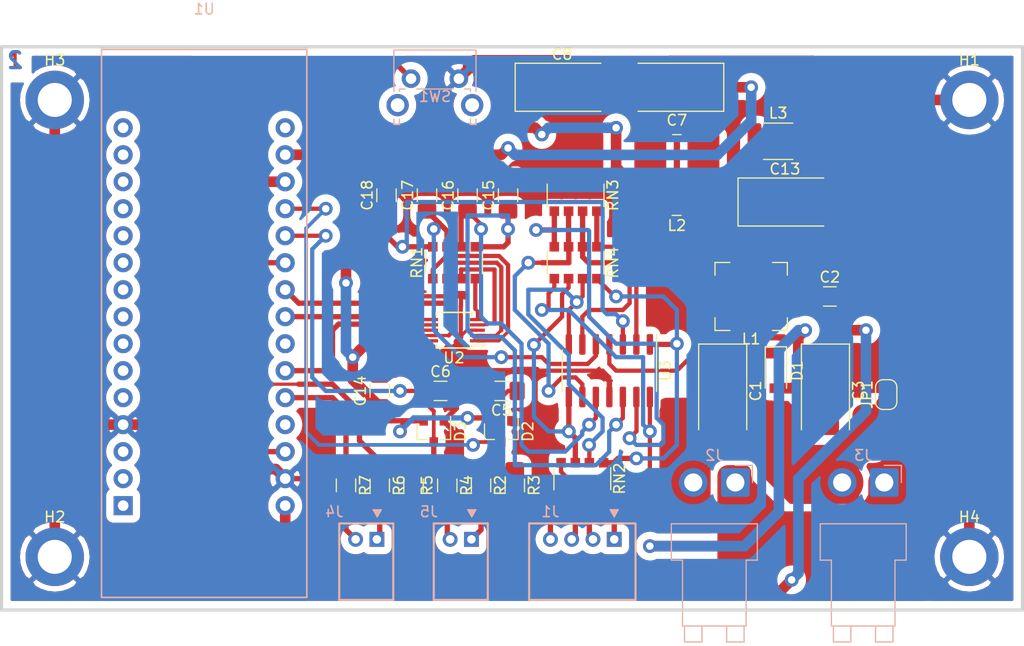
<source format=kicad_pcb>
(kicad_pcb (version 20171130) (host pcbnew 5.1.4-e60b266~84~ubuntu18.04.1)
  (title_block (title "Carte Base") (date 2019-10-01) (rev 1.0) (company "INSA GEI"))
  (layers (0 F.Cu signal) (31 B.Cu signal) (34 B.Paste user) (35 F.Paste user) (36 B.SilkS user) (37 F.SilkS user) (38 B.Mask user) (39 F.Mask user) (44 Edge.Cuts user))
  (net 0 "")
  (net 1 +12V)
  (net 2 GND)
  (net 3 /Consigne_3V3_Avant)
  (net 4 /Consigne_3V3_Arriere)
  (net 5 +3V3)
  (net 6 VDD)
  (net 7 "Net-(C8-Pad1)")
  (net 8 /Alim_12V)
  (net 9 "Net-(J4-Pad1)")
  (net 10 /USART_TX)
  (net 11 "Net-(J4-Pad2)")
  (net 12 /USART_RX)
  (net 13 "Net-(SW1-Pad2)")
  (net 14 /~DAC_SYNC)
  (net 15 /DAC_CLK)
  (net 16 /DAC_DATA)
  (net 17 /Alim_GND)
  (net 18 Vdrive)
  (net 19 "Net-(C15-Pad1)")
  (net 20 "Net-(C16-Pad1)")
  (net 21 "Net-(C17-Pad1)")
  (net 22 "Net-(C18-Pad1)")
  (net 23 /10V_Inclinaison_VA)
  (net 24 /10V_Rotation_Pos)
  (net 25 /10V_Inclinaison_Pos)
  (net 26 /10V_Rotation_VA)
  (net 27 /Consigne_10V_Avant)
  (net 28 /Consigne_10V_Arriere)
  (net 29 "Net-(RN1-Pad3)")
  (net 30 "Net-(RN1-Pad2)")
  (net 31 "Net-(RN1-Pad4)")
  (net 32 "Net-(RN1-Pad1)")
  (net 33 "Net-(RN2-Pad1)")
  (net 34 "Net-(RN2-Pad4)")
  (net 35 "Net-(RN2-Pad2)")
  (net 36 "Net-(RN2-Pad3)")
  (net 37 "Net-(RN3-Pad6)")
  (net 38 "Net-(RN3-Pad5)")
  (net 39 "Net-(RN3-Pad8)")
  (net 40 "Net-(RN3-Pad7)")
  (module Diode_SMD:D_SOD-123 (layer F.Cu) (at 152.81 90.48 270)
    (fp_text reference D1 (at 0 -2 90) (layer F.SilkS))
    (fp_text value D)
    (pad 1 smd rect (at -1.65 0 270) (size 0.9 1.2) (layers F.Cu F.Paste F.Mask) (net 1 +12V))
    (pad 2 smd rect (at 1.65 0 270) (size 0.9 1.2) (layers F.Cu F.Paste F.Mask) (net 8 /Alim_12V))
  )
  (module Insa:STM32-Nucleo-32 (layer B.Cu) (at 99.05 85.4)
    (fp_text reference U1 (at 0 -28.956) (layer B.SilkS) (effects (justify mirror)))
    (fp_text value STM32L031)
    (pad 1 thru_hole rect (at -7.62 17.78) (size 1.8 1.8) (drill 1) (layers *.Cu *.Mask))
    (pad 2 thru_hole circle (at -7.62 15.24) (size 1.8 1.8) (drill 1) (layers *.Cu *.Mask))
    (pad 3 thru_hole circle (at -7.62 12.7) (size 1.8 1.8) (drill 1) (layers *.Cu *.Mask))
    (pad 4 thru_hole circle (at -7.62 10.16) (size 1.8 1.8) (drill 1) (layers *.Cu *.Mask) (net 2 GND))
    (pad 5 thru_hole circle (at -7.62 7.62) (size 1.8 1.8) (drill 1) (layers *.Cu *.Mask))
    (pad 6 thru_hole circle (at -7.62 5.08) (size 1.8 1.8) (drill 1) (layers *.Cu *.Mask))
    (pad 7 thru_hole circle (at -7.62 2.54) (size 1.8 1.8) (drill 1) (layers *.Cu *.Mask))
    (pad 8 thru_hole circle (at -7.62 0) (size 1.8 1.8) (drill 1) (layers *.Cu *.Mask))
    (pad 9 thru_hole circle (at -7.62 -2.54) (size 1.8 1.8) (drill 1) (layers *.Cu *.Mask))
    (pad 10 thru_hole circle (at -7.62 -5.08) (size 1.8 1.8) (drill 1) (layers *.Cu *.Mask))
    (pad 11 thru_hole circle (at -7.62 -7.62) (size 1.8 1.8) (drill 1) (layers *.Cu *.Mask))
    (pad 12 thru_hole circle (at -7.62 -10.16) (size 1.8 1.8) (drill 1) (layers *.Cu *.Mask))
    (pad 13 thru_hole circle (at -7.62 -12.7) (size 1.8 1.8) (drill 1) (layers *.Cu *.Mask))
    (pad 14 thru_hole circle (at -7.62 -15.24) (size 1.8 1.8) (drill 1) (layers *.Cu *.Mask))
    (pad 15 thru_hole circle (at -7.62 -17.78) (size 1.8 1.8) (drill 1) (layers *.Cu *.Mask))
    (pad 16 thru_hole circle (at 7.62 -17.78) (size 1.8 1.8) (drill 1) (layers *.Cu *.Mask))
    (pad 17 thru_hole circle (at 7.62 -15.24) (size 1.8 1.8) (drill 1) (layers *.Cu *.Mask) (net 5 +3V3))
    (pad 18 thru_hole circle (at 7.62 -12.7) (size 1.8 1.8) (drill 1) (layers *.Cu *.Mask) (net 7 "Net-(C8-Pad1)"))
    (pad 19 thru_hole circle (at 7.62 -10.16) (size 1.8 1.8) (drill 1) (layers *.Cu *.Mask) (net 3 /Consigne_3V3_Avant))
    (pad 20 thru_hole circle (at 7.62 -7.62) (size 1.8 1.8) (drill 1) (layers *.Cu *.Mask) (net 4 /Consigne_3V3_Arriere))
    (pad 21 thru_hole circle (at 7.62 -5.08) (size 1.8 1.8) (drill 1) (layers *.Cu *.Mask) (net 10 /USART_TX))
    (pad 22 thru_hole circle (at 7.62 -2.54) (size 1.8 1.8) (drill 1) (layers *.Cu *.Mask) (net 14 /~DAC_SYNC))
    (pad 23 thru_hole circle (at 7.62 0) (size 1.8 1.8) (drill 1) (layers *.Cu *.Mask) (net 15 /DAC_CLK))
    (pad 24 thru_hole circle (at 7.62 2.54) (size 1.8 1.8) (drill 1) (layers *.Cu *.Mask))
    (pad 25 thru_hole circle (at 7.62 5.08) (size 1.8 1.8) (drill 1) (layers *.Cu *.Mask) (net 16 /DAC_DATA))
    (pad 26 thru_hole circle (at 7.62 7.62) (size 1.8 1.8) (drill 1) (layers *.Cu *.Mask) (net 12 /USART_RX))
    (pad 27 thru_hole circle (at 7.62 10.16) (size 1.8 1.8) (drill 1) (layers *.Cu *.Mask))
    (pad 28 thru_hole circle (at 7.62 12.7) (size 1.8 1.8) (drill 1) (layers *.Cu *.Mask) (net 13 "Net-(SW1-Pad2)"))
    (pad 29 thru_hole circle (at 7.62 15.24) (size 1.8 1.8) (drill 1) (layers *.Cu *.Mask) (net 2 GND))
    (pad 30 thru_hole circle (at 7.62 17.78) (size 1.8 1.8) (drill 1) (layers *.Cu *.Mask) (net 6 VDD))
  )
  (module Capacitor_SMD:C_1206_3216Metric_Pad1.42x1.75mm_HandSolder (layer F.Cu) (at 157.8875 83.495)
    (fp_text reference C2 (at 0 -1.82) (layer F.SilkS))
    (fp_text value 100nF)
    (pad 2 smd roundrect (at 1.4875 0) (size 1.425 1.75) (layers F.Cu F.Paste F.Mask) (roundrect_rratio 0.175439) (net 2 GND))
    (pad 1 smd roundrect (at -1.4875 0) (size 1.425 1.75) (layers F.Cu F.Paste F.Mask) (roundrect_rratio 0.175439) (net 6 VDD))
  )
  (module Capacitor_SMD:C_1206_3216Metric_Pad1.42x1.75mm_HandSolder (layer F.Cu) (at 126.99 92.385 180)
    (fp_text reference C5 (at 0 -1.82) (layer F.SilkS))
    (fp_text value 100nF)
    (pad 2 smd roundrect (at 1.4875 0 180) (size 1.425 1.75) (layers F.Cu F.Paste F.Mask) (roundrect_rratio 0.175439) (net 2 GND))
    (pad 1 smd roundrect (at -1.4875 0 180) (size 1.425 1.75) (layers F.Cu F.Paste F.Mask) (roundrect_rratio 0.175439) (net 3 /Consigne_3V3_Avant))
  )
  (module Capacitor_SMD:C_1206_3216Metric_Pad1.42x1.75mm_HandSolder (layer F.Cu) (at 121.275 92.385)
    (fp_text reference C6 (at 0 -1.82) (layer F.SilkS))
    (fp_text value 100nF)
    (pad 1 smd roundrect (at -1.4875 0) (size 1.425 1.75) (layers F.Cu F.Paste F.Mask) (roundrect_rratio 0.175439) (net 4 /Consigne_3V3_Arriere))
    (pad 2 smd roundrect (at 1.4875 0) (size 1.425 1.75) (layers F.Cu F.Paste F.Mask) (roundrect_rratio 0.175439) (net 2 GND))
  )
  (module Package_TO_SOT_SMD:SOT-23 (layer F.Cu) (at 126.99 96.195 270)
    (fp_text reference D2 (at 0 -2.5 90) (layer F.SilkS))
    (fp_text value BAT754S,125)
    (pad 3 smd rect (at 1 0 270) (size 0.9 0.8) (layers F.Cu F.Paste F.Mask) (net 3 /Consigne_3V3_Avant))
    (pad 2 smd rect (at -1 0.95 270) (size 0.9 0.8) (layers F.Cu F.Paste F.Mask) (net 5 +3V3))
    (pad 1 smd rect (at -1 -0.95 270) (size 0.9 0.8) (layers F.Cu F.Paste F.Mask) (net 2 GND))
  )
  (module Package_TO_SOT_SMD:SOT-23 (layer F.Cu) (at 120.64 96.195 270)
    (fp_text reference D3 (at 0 -2.5 90) (layer F.SilkS))
    (fp_text value BAT754S,125)
    (pad 1 smd rect (at -1 -0.95 270) (size 0.9 0.8) (layers F.Cu F.Paste F.Mask) (net 2 GND))
    (pad 2 smd rect (at -1 0.95 270) (size 0.9 0.8) (layers F.Cu F.Paste F.Mask) (net 5 +3V3))
    (pad 3 smd rect (at 1 0 270) (size 0.9 0.8) (layers F.Cu F.Paste F.Mask) (net 4 /Consigne_3V3_Arriere))
  )
  (module MountingHole:MountingHole_3.2mm_M3_ISO14580_Pad (layer F.Cu) (at 171 65)
    (fp_text reference H1 (at 0 -3.75) (layer F.SilkS))
    (fp_text value MountingHole_Pad)
    (pad 1 thru_hole circle (at 0 0) (size 5.5 5.5) (drill 3.2) (layers *.Cu *.Mask) (net 2 GND))
  )
  (module MountingHole:MountingHole_3.2mm_M3_ISO14580_Pad (layer F.Cu) (at 85 108)
    (fp_text reference H2 (at 0 -3.75) (layer F.SilkS))
    (fp_text value MountingHole_Pad)
    (pad 1 thru_hole circle (at 0 0) (size 5.5 5.5) (drill 3.2) (layers *.Cu *.Mask) (net 2 GND))
  )
  (module MountingHole:MountingHole_3.2mm_M3_ISO14580_Pad (layer F.Cu) (at 85 65)
    (fp_text reference H3 (at 0 -3.75) (layer F.SilkS))
    (fp_text value MountingHole_Pad)
    (pad 1 thru_hole circle (at 0 0) (size 5.5 5.5) (drill 3.2) (layers *.Cu *.Mask) (net 2 GND))
  )
  (module MountingHole:MountingHole_3.2mm_M3_ISO14580_Pad (layer F.Cu) (at 171 108)
    (fp_text reference H4 (at 0 -3.75) (layer F.SilkS))
    (fp_text value MountingHole_Pad)
    (pad 1 thru_hole circle (at 0 0) (size 5.5 5.5) (drill 3.2) (layers *.Cu *.Mask) (net 2 GND))
  )
  (module Insa:DF3A-4P-2DS (layer B.Cu) (at 134.61 106.355 180)
    (fp_text reference J1 (at 3 2.6) (layer B.SilkS) (effects (justify mirror)))
    (fp_text value Conn_01x04)
    (pad 2 thru_hole circle (at -1 0 180) (size 1.4 1.4) (drill 0.8) (layers *.Cu *.Mask) (net 23 /10V_Inclinaison_VA))
    (pad 3 thru_hole circle (at 1 0 180) (size 1.4 1.4) (drill 0.8) (layers *.Cu *.Mask) (net 24 /10V_Rotation_Pos))
    (pad 4 thru_hole circle (at 3 0 180) (size 1.4 1.4) (drill 0.8) (layers *.Cu *.Mask) (net 25 /10V_Inclinaison_Pos))
    (pad 1 thru_hole rect (at -3 0 180) (size 1.4 1.4) (drill 0.8) (layers *.Cu *.Mask) (net 26 /10V_Rotation_VA))
  )
  (module Inductor_SMD:L_Bourns-SRN6028 (layer F.Cu) (at 150.485 83.495)
    (fp_text reference L1 (at 0 4) (layer F.SilkS))
    (fp_text value 100µH)
    (pad 1 smd rect (at -2.35 0) (size 1.6 5.7) (layers F.Cu F.Paste F.Mask) (net 1 +12V))
    (pad 2 smd rect (at 2.35 0) (size 1.6 5.7) (layers F.Cu F.Paste F.Mask) (net 6 VDD))
  )
  (module Inductor_SMD:L_Wuerth_WE-PD2-Typ-L (layer F.Cu) (at 143.5 72.065 180)
    (fp_text reference L2 (at 0 -4.75) (layer F.SilkS))
    (fp_text value 10mH)
    (pad 1 smd rect (at -2.5 0 180) (size 3 7.5) (layers F.Cu F.Paste F.Mask) (net 5 +3V3))
    (pad 2 smd rect (at 2.5 0 180) (size 3 7.5) (layers F.Cu F.Paste F.Mask) (net 7 "Net-(C8-Pad1)"))
  )
  (module Resistor_SMD:R_1206_3216Metric_Pad1.42x1.75mm_HandSolder (layer F.Cu) (at 125.085 101.275 270)
    (fp_text reference R2 (at 0 -1.82 90) (layer F.SilkS))
    (fp_text value 2,7k)
    (pad 1 smd roundrect (at -1.4875 0 270) (size 1.425 1.75) (layers F.Cu F.Paste F.Mask) (roundrect_rratio 0.175439) (net 3 /Consigne_3V3_Avant))
    (pad 2 smd roundrect (at 1.4875 0 270) (size 1.425 1.75) (layers F.Cu F.Paste F.Mask) (roundrect_rratio 0.175439) (net 27 /Consigne_10V_Avant))
  )
  (module Resistor_SMD:R_1206_3216Metric_Pad1.42x1.75mm_HandSolder (layer F.Cu) (at 128.26 101.275 270)
    (fp_text reference R3 (at 0 -1.82 90) (layer F.SilkS))
    (fp_text value 1K)
    (pad 2 smd roundrect (at 1.4875 0 270) (size 1.425 1.75) (layers F.Cu F.Paste F.Mask) (roundrect_rratio 0.175439) (net 2 GND))
    (pad 1 smd roundrect (at -1.4875 0 270) (size 1.425 1.75) (layers F.Cu F.Paste F.Mask) (roundrect_rratio 0.175439) (net 3 /Consigne_3V3_Avant))
  )
  (module Resistor_SMD:R_1206_3216Metric_Pad1.42x1.75mm_HandSolder (layer F.Cu) (at 121.91 101.275 270)
    (fp_text reference R4 (at 0 -1.82 90) (layer F.SilkS))
    (fp_text value 2,7K)
    (pad 1 smd roundrect (at -1.4875 0 270) (size 1.425 1.75) (layers F.Cu F.Paste F.Mask) (roundrect_rratio 0.175439) (net 4 /Consigne_3V3_Arriere))
    (pad 2 smd roundrect (at 1.4875 0 270) (size 1.425 1.75) (layers F.Cu F.Paste F.Mask) (roundrect_rratio 0.175439) (net 28 /Consigne_10V_Arriere))
  )
  (module Resistor_SMD:R_1206_3216Metric_Pad1.42x1.75mm_HandSolder (layer F.Cu) (at 118.735 101.275 270)
    (fp_text reference R5 (at 0 -1.27 90) (layer F.SilkS))
    (fp_text value 1K)
    (pad 1 smd roundrect (at -1.4875 0 270) (size 1.425 1.75) (layers F.Cu F.Paste F.Mask) (roundrect_rratio 0.175439) (net 4 /Consigne_3V3_Arriere))
    (pad 2 smd roundrect (at 1.4875 0 270) (size 1.425 1.75) (layers F.Cu F.Paste F.Mask) (roundrect_rratio 0.175439) (net 2 GND))
  )
  (module Resistor_SMD:R_1206_3216Metric_Pad1.42x1.75mm_HandSolder (layer F.Cu) (at 115.56 101.275 270)
    (fp_text reference R6 (at 0 -1.82 90) (layer F.SilkS))
    (fp_text value 100R)
    (pad 1 smd roundrect (at -1.4875 0 270) (size 1.425 1.75) (layers F.Cu F.Paste F.Mask) (roundrect_rratio 0.175439) (net 10 /USART_TX))
    (pad 2 smd roundrect (at 1.4875 0 270) (size 1.425 1.75) (layers F.Cu F.Paste F.Mask) (roundrect_rratio 0.175439) (net 9 "Net-(J4-Pad1)"))
  )
  (module Resistor_SMD:R_1206_3216Metric_Pad1.42x1.75mm_HandSolder (layer F.Cu) (at 112.385 101.275 270)
    (fp_text reference R7 (at 0 -1.82 90) (layer F.SilkS))
    (fp_text value 100R)
    (pad 2 smd roundrect (at 1.4875 0 270) (size 1.425 1.75) (layers F.Cu F.Paste F.Mask) (roundrect_rratio 0.175439) (net 11 "Net-(J4-Pad2)"))
    (pad 1 smd roundrect (at -1.4875 0 270) (size 1.425 1.75) (layers F.Cu F.Paste F.Mask) (roundrect_rratio 0.175439) (net 12 /USART_RX))
  )
  (module Button_Switch_THT:SW_Tactile_SPST_Angled_PTS645Vx58-2LFS (layer B.Cu) (at 123 63 180)
    (fp_text reference SW1 (at 2.25 -1.68) (layer B.SilkS) (effects (justify mirror)))
    (fp_text value FSMRA3JH04)
    (pad "" thru_hole circle (at 5.76 -2.49 180) (size 2.1 2.1) (drill 1.3) (layers *.Cu *.Mask))
    (pad 2 thru_hole circle (at 4.5 0 180) (size 1.75 1.75) (drill 0.99) (layers *.Cu *.Mask) (net 13 "Net-(SW1-Pad2)"))
    (pad 1 thru_hole circle (at 0 0 180) (size 1.75 1.75) (drill 0.99) (layers *.Cu *.Mask) (net 2 GND))
    (pad "" thru_hole circle (at -1.25 -2.49 180) (size 2.1 2.1) (drill 1.3) (layers *.Cu *.Mask))
  )
  (module Capacitor_SMD:C_1206_3216Metric_Pad1.42x1.75mm_HandSolder (layer F.Cu) (at 115.56 92.385 90)
    (fp_text reference C14 (at 0 -1.82 90) (layer F.SilkS))
    (fp_text value 100nF)
    (pad 1 smd roundrect (at -1.4875 0 90) (size 1.425 1.75) (layers F.Cu F.Paste F.Mask) (roundrect_rratio 0.175439) (net 5 +3V3))
    (pad 2 smd roundrect (at 1.4875 0 90) (size 1.425 1.75) (layers F.Cu F.Paste F.Mask) (roundrect_rratio 0.175439) (net 2 GND))
  )
  (module Insa:DF3A-2P-2DS (layer B.Cu) (at 114.29 106.355 180)
    (fp_text reference J4 (at 3 2.6) (layer B.SilkS) (effects (justify mirror)))
    (fp_text value Conn_01x02)
    (pad 1 thru_hole rect (at -1 0 180) (size 1.4 1.4) (drill 0.8) (layers *.Cu *.Mask) (net 9 "Net-(J4-Pad1)"))
    (pad 2 thru_hole circle (at 1 0 180) (size 1.4 1.4) (drill 0.8) (layers *.Cu *.Mask) (net 11 "Net-(J4-Pad2)"))
  )
  (module Capacitor_Tantalum_SMD:CP_EIA-7343-31_Kemet-D (layer F.Cu) (at 147.81 92.385 270)
    (fp_text reference C1 (at 0 -3.1 90) (layer F.SilkS))
    (fp_text value 10µF)
    (pad 2 smd roundrect (at 3.1125 0 270) (size 2.075 2.55) (layers F.Cu F.Paste F.Mask) (roundrect_rratio 0.120482) (net 17 /Alim_GND))
    (pad 1 smd roundrect (at -3.1125 0 270) (size 2.075 2.55) (layers F.Cu F.Paste F.Mask) (roundrect_rratio 0.120482) (net 1 +12V))
  )
  (module Capacitor_Tantalum_SMD:CP_EIA-7343-31_Kemet-D (layer F.Cu) (at 157.47 92.385 270)
    (fp_text reference C3 (at 0 -3.1 90) (layer F.SilkS))
    (fp_text value 15µF)
    (pad 2 smd roundrect (at 3.1125 0 270) (size 2.075 2.55) (layers F.Cu F.Paste F.Mask) (roundrect_rratio 0.120482) (net 2 GND))
    (pad 1 smd roundrect (at -3.1125 0 270) (size 2.075 2.55) (layers F.Cu F.Paste F.Mask) (roundrect_rratio 0.120482) (net 6 VDD))
  )
  (module Capacitor_Tantalum_SMD:CP_EIA-7343-31_Kemet-D (layer F.Cu) (at 143.5 63.81 180)
    (fp_text reference C7 (at 0 -3.1) (layer F.SilkS))
    (fp_text value 10µF)
    (pad 1 smd roundrect (at -3.1125 0 180) (size 2.075 2.55) (layers F.Cu F.Paste F.Mask) (roundrect_rratio 0.120482) (net 5 +3V3))
    (pad 2 smd roundrect (at 3.1125 0 180) (size 2.075 2.55) (layers F.Cu F.Paste F.Mask) (roundrect_rratio 0.120482) (net 2 GND))
  )
  (module Capacitor_Tantalum_SMD:CP_EIA-7343-31_Kemet-D (layer F.Cu) (at 132.705 63.81)
    (fp_text reference C8 (at 0 -3.1) (layer F.SilkS))
    (fp_text value 10µF)
    (pad 1 smd roundrect (at -3.1125 0) (size 2.075 2.55) (layers F.Cu F.Paste F.Mask) (roundrect_rratio 0.120482) (net 7 "Net-(C8-Pad1)"))
    (pad 2 smd roundrect (at 3.1125 0) (size 2.075 2.55) (layers F.Cu F.Paste F.Mask) (roundrect_rratio 0.120482) (net 2 GND))
  )
  (module Capacitor_Tantalum_SMD:CP_EIA-7343-31_Kemet-D (layer F.Cu) (at 153.66 74.605)
    (fp_text reference C13 (at 0 -3.1) (layer F.SilkS))
    (fp_text value 10µF)
    (pad 1 smd roundrect (at -3.1125 0) (size 2.075 2.55) (layers F.Cu F.Paste F.Mask) (roundrect_rratio 0.120482) (net 18 Vdrive))
    (pad 2 smd roundrect (at 3.1125 0) (size 2.075 2.55) (layers F.Cu F.Paste F.Mask) (roundrect_rratio 0.120482) (net 2 GND))
  )
  (module Jumper:SolderJumper-2_P1.3mm_Bridged2Bar_RoundedPad1.0x1.5mm (layer F.Cu) (at 163.185 92.73 90)
    (fp_text reference JP1 (at 0 -1.8 90) (layer F.SilkS))
    (fp_text value Jumper_2_Bridged)
    (fp_poly (pts (xy -0.25 0.2) (xy 0.25 0.2) (xy 0.25 0.6) (xy -0.25 0.6)) (layer F.Cu) (width 0))
    (fp_poly (pts (xy -0.25 -0.6) (xy 0.25 -0.6) (xy 0.25 -0.2) (xy -0.25 -0.2)) (layer F.Cu) (width 0))
    (pad 2 smd custom (at 0.65 0 90) (size 1 0.5) (layers F.Cu F.Mask) (net 2 GND) (options (clearance outline) (anchor rect)) (primitives (gr_circle (center 0 0.25) (end 0.5 0.25) (width 0)) (gr_circle (center 0 -0.25) (end 0.5 -0.25) (width 0)) (gr_poly (pts (xy -0.5 0.75) (xy -0.5 -0.75) (xy 0 -0.75) (xy 0 0.75)) (width 0))))
    (pad 1 smd custom (at -0.65 0 90) (size 1 0.5) (layers F.Cu F.Mask) (net 17 /Alim_GND) (options (clearance outline) (anchor rect)) (primitives (gr_circle (center 0 0.25) (end 0.5 0.25) (width 0)) (gr_circle (center 0 -0.25) (end 0.5 -0.25) (width 0)) (gr_poly (pts (xy 0.5 0.75) (xy 0.5 -0.75) (xy 0 -0.75) (xy 0 0.75)) (width 0))))
  )
  (module Inductor_SMD:L_1812_4532Metric_Pad1.30x3.40mm_HandSolder (layer F.Cu) (at 153.025 68.89)
    (fp_text reference L3 (at 0 -2.65) (layer F.SilkS))
    (fp_text value 5.6µH)
    (pad 1 smd roundrect (at -2.225 0) (size 1.3 3.4) (layers F.Cu F.Paste F.Mask) (roundrect_rratio 0.192308) (net 18 Vdrive))
    (pad 2 smd roundrect (at 2.225 0) (size 1.3 3.4) (layers F.Cu F.Paste F.Mask) (roundrect_rratio 0.192308) (net 6 VDD))
  )
  (module Connector_JST:JST_VH_B2PS-VH_1x02_P3.96mm_Horizontal (layer B.Cu) (at 149 101 180)
    (fp_text reference J2 (at 1.98 2.55) (layer B.SilkS) (effects (justify mirror)))
    (fp_text value Conn_01x02)
    (pad 1 thru_hole roundrect (at 0 0 180) (size 2.7 2.7) (drill 1.7) (layers *.Cu *.Mask) (roundrect_rratio 0.09259299999999999) (net 8 /Alim_12V))
    (pad 2 thru_hole circle (at 3.96 0 180) (size 2.7 2.7) (drill 1.7) (layers *.Cu *.Mask) (net 17 /Alim_GND))
  )
  (module Connector_JST:JST_VH_B2PS-VH_1x02_P3.96mm_Horizontal (layer B.Cu) (at 163 101 180)
    (fp_text reference J3 (at 1.98 2.55) (layer B.SilkS) (effects (justify mirror)))
    (fp_text value Conn_01x02)
    (pad 2 thru_hole circle (at 3.96 0 180) (size 2.7 2.7) (drill 1.7) (layers *.Cu *.Mask) (net 17 /Alim_GND))
    (pad 1 thru_hole roundrect (at 0 0 180) (size 2.7 2.7) (drill 1.7) (layers *.Cu *.Mask) (roundrect_rratio 0.09259299999999999) (net 8 /Alim_12V))
  )
  (module Capacitor_SMD:C_1206_3216Metric_Pad1.42x1.75mm_HandSolder (layer F.Cu) (at 127.625 73.97 90)
    (fp_text reference C15 (at 0 -1.82 90) (layer F.SilkS))
    (fp_text value 22nF)
    (pad 2 smd roundrect (at 1.4875 0 90) (size 1.425 1.75) (layers F.Cu F.Paste F.Mask) (roundrect_rratio 0.175439) (net 2 GND))
    (pad 1 smd roundrect (at -1.4875 0 90) (size 1.425 1.75) (layers F.Cu F.Paste F.Mask) (roundrect_rratio 0.175439) (net 19 "Net-(C15-Pad1)"))
  )
  (module Capacitor_SMD:C_1206_3216Metric_Pad1.42x1.75mm_HandSolder (layer F.Cu) (at 123.815 73.97 90)
    (fp_text reference C16 (at 0 -1.82 90) (layer F.SilkS))
    (fp_text value 22nF)
    (pad 1 smd roundrect (at -1.4875 0 90) (size 1.425 1.75) (layers F.Cu F.Paste F.Mask) (roundrect_rratio 0.175439) (net 20 "Net-(C16-Pad1)"))
    (pad 2 smd roundrect (at 1.4875 0 90) (size 1.425 1.75) (layers F.Cu F.Paste F.Mask) (roundrect_rratio 0.175439) (net 2 GND))
  )
  (module Capacitor_SMD:C_1206_3216Metric_Pad1.42x1.75mm_HandSolder (layer F.Cu) (at 120.005 73.97 90)
    (fp_text reference C17 (at 0 -1.82 90) (layer F.SilkS))
    (fp_text value 22nF)
    (pad 1 smd roundrect (at -1.4875 0 90) (size 1.425 1.75) (layers F.Cu F.Paste F.Mask) (roundrect_rratio 0.175439) (net 21 "Net-(C17-Pad1)"))
    (pad 2 smd roundrect (at 1.4875 0 90) (size 1.425 1.75) (layers F.Cu F.Paste F.Mask) (roundrect_rratio 0.175439) (net 2 GND))
  )
  (module Capacitor_SMD:C_1206_3216Metric_Pad1.42x1.75mm_HandSolder (layer F.Cu) (at 116.195 73.97 90)
    (fp_text reference C18 (at 0 -1.82 90) (layer F.SilkS))
    (fp_text value 22nF)
    (pad 2 smd roundrect (at 1.4875 0 90) (size 1.425 1.75) (layers F.Cu F.Paste F.Mask) (roundrect_rratio 0.175439) (net 2 GND))
    (pad 1 smd roundrect (at -1.4875 0 90) (size 1.425 1.75) (layers F.Cu F.Paste F.Mask) (roundrect_rratio 0.175439) (net 22 "Net-(C18-Pad1)"))
  )
  (module Insa:DF3A-2P-2DS (layer B.Cu) (at 123.18 106.355 180)
    (fp_text reference J5 (at 3 2.6) (layer B.SilkS) (effects (justify mirror)))
    (fp_text value Conn_01x02)
    (pad 1 thru_hole rect (at -1 0 180) (size 1.4 1.4) (drill 0.8) (layers *.Cu *.Mask) (net 27 /Consigne_10V_Avant))
    (pad 2 thru_hole circle (at 1 0 180) (size 1.4 1.4) (drill 0.8) (layers *.Cu *.Mask) (net 28 /Consigne_10V_Arriere))
  )
  (module Package_SO:MSOP-10_3x3mm_P0.5mm (layer F.Cu) (at 122.545 86.67 180)
    (fp_text reference U2 (at 0 -2.6) (layer F.SilkS))
    (fp_text value DAC7554)
    (pad 1 smd rect (at -2.2 -1 180) (size 1.4 0.3) (layers F.Cu F.Paste F.Mask) (net 32 "Net-(RN1-Pad1)"))
    (pad 2 smd rect (at -2.2 -0.5 180) (size 1.4 0.3) (layers F.Cu F.Paste F.Mask) (net 30 "Net-(RN1-Pad2)"))
    (pad 3 smd rect (at -2.2 0 180) (size 1.4 0.3) (layers F.Cu F.Paste F.Mask) (net 2 GND))
    (pad 4 smd rect (at -2.2 0.5 180) (size 1.4 0.3) (layers F.Cu F.Paste F.Mask) (net 29 "Net-(RN1-Pad3)"))
    (pad 5 smd rect (at -2.2 1 180) (size 1.4 0.3) (layers F.Cu F.Paste F.Mask) (net 31 "Net-(RN1-Pad4)"))
    (pad 6 smd rect (at 2.2 1 180) (size 1.4 0.3) (layers F.Cu F.Paste F.Mask) (net 15 /DAC_CLK))
    (pad 7 smd rect (at 2.2 0.5 180) (size 1.4 0.3) (layers F.Cu F.Paste F.Mask) (net 16 /DAC_DATA))
    (pad 8 smd rect (at 2.2 0 180) (size 1.4 0.3) (layers F.Cu F.Paste F.Mask) (net 5 +3V3))
    (pad 9 smd rect (at 2.2 -0.5 180) (size 1.4 0.3) (layers F.Cu F.Paste F.Mask) (net 14 /~DAC_SYNC))
    (pad 10 smd rect (at 2.2 -1 180) (size 1.4 0.3) (layers F.Cu F.Paste F.Mask) (net 5 +3V3))
  )
  (module Package_SO:SOIC-14_3.9x8.7mm_P1.27mm (layer F.Cu) (at 137.15 90.48 270)
    (fp_text reference U3 (at 0 -5.28 90) (layer F.SilkS))
    (fp_text value TS9224IDT)
    (pad 1 smd roundrect (at -2.475 -3.81 270) (size 1.95 0.6) (layers F.Cu F.Paste F.Mask) (net 33 "Net-(RN2-Pad1)"))
    (pad 2 smd roundrect (at -2.475 -2.54 270) (size 1.95 0.6) (layers F.Cu F.Paste F.Mask) (net 39 "Net-(RN3-Pad8)"))
    (pad 3 smd roundrect (at -2.475 -1.27 270) (size 1.95 0.6) (layers F.Cu F.Paste F.Mask) (net 22 "Net-(C18-Pad1)"))
    (pad 4 smd roundrect (at -2.475 0 270) (size 1.95 0.6) (layers F.Cu F.Paste F.Mask) (net 18 Vdrive))
    (pad 5 smd roundrect (at -2.475 1.27 270) (size 1.95 0.6) (layers F.Cu F.Paste F.Mask) (net 21 "Net-(C17-Pad1)"))
    (pad 6 smd roundrect (at -2.475 2.54 270) (size 1.95 0.6) (layers F.Cu F.Paste F.Mask) (net 40 "Net-(RN3-Pad7)"))
    (pad 7 smd roundrect (at -2.475 3.81 270) (size 1.95 0.6) (layers F.Cu F.Paste F.Mask) (net 35 "Net-(RN2-Pad2)"))
    (pad 8 smd roundrect (at 2.475 3.81 270) (size 1.95 0.6) (layers F.Cu F.Paste F.Mask) (net 36 "Net-(RN2-Pad3)"))
    (pad 9 smd roundrect (at 2.475 2.54 270) (size 1.95 0.6) (layers F.Cu F.Paste F.Mask) (net 37 "Net-(RN3-Pad6)"))
    (pad 10 smd roundrect (at 2.475 1.27 270) (size 1.95 0.6) (layers F.Cu F.Paste F.Mask) (net 20 "Net-(C16-Pad1)"))
    (pad 11 smd roundrect (at 2.475 0 270) (size 1.95 0.6) (layers F.Cu F.Paste F.Mask) (net 2 GND))
    (pad 12 smd roundrect (at 2.475 -1.27 270) (size 1.95 0.6) (layers F.Cu F.Paste F.Mask) (net 19 "Net-(C15-Pad1)"))
    (pad 13 smd roundrect (at 2.475 -2.54 270) (size 1.95 0.6) (layers F.Cu F.Paste F.Mask) (net 38 "Net-(RN3-Pad5)"))
    (pad 14 smd roundrect (at 2.475 -3.81 270) (size 1.95 0.6) (layers F.Cu F.Paste F.Mask) (net 34 "Net-(RN2-Pad4)"))
  )
  (module Resistor_SMD:R_Array_Convex_4x1206 (layer F.Cu) (at 122.545 80.32 90)
    (fp_text reference RN1 (at 0 -3.5 90) (layer F.SilkS))
    (fp_text value 1K)
    (pad 6 smd rect (at 1.5 0.66 90) (size 0.9 0.9) (layers F.Cu F.Paste F.Mask) (net 20 "Net-(C16-Pad1)"))
    (pad 5 smd rect (at 1.5 2 90) (size 0.9 0.9) (layers F.Cu F.Paste F.Mask) (net 19 "Net-(C15-Pad1)"))
    (pad 8 smd rect (at 1.5 -2 90) (size 0.9 0.9) (layers F.Cu F.Paste F.Mask) (net 22 "Net-(C18-Pad1)"))
    (pad 7 smd rect (at 1.5 -0.66 90) (size 0.9 0.9) (layers F.Cu F.Paste F.Mask) (net 21 "Net-(C17-Pad1)"))
    (pad 3 smd rect (at -1.5 0.66 90) (size 0.9 0.9) (layers F.Cu F.Paste F.Mask) (net 29 "Net-(RN1-Pad3)"))
    (pad 2 smd rect (at -1.5 -0.66 90) (size 0.9 0.9) (layers F.Cu F.Paste F.Mask) (net 30 "Net-(RN1-Pad2)"))
    (pad 4 smd rect (at -1.5 2 90) (size 0.9 0.9) (layers F.Cu F.Paste F.Mask) (net 31 "Net-(RN1-Pad4)"))
    (pad 1 smd rect (at -1.5 -2 90) (size 0.9 0.9) (layers F.Cu F.Paste F.Mask) (net 32 "Net-(RN1-Pad1)"))
  )
  (module Resistor_SMD:R_Array_Convex_4x1206 (layer F.Cu) (at 134.61 100.64 270)
    (fp_text reference RN2 (at 0 -3.5 90) (layer F.SilkS))
    (fp_text value 100)
    (pad 1 smd rect (at -1.5 -2 270) (size 0.9 0.9) (layers F.Cu F.Paste F.Mask) (net 33 "Net-(RN2-Pad1)"))
    (pad 4 smd rect (at -1.5 2 270) (size 0.9 0.9) (layers F.Cu F.Paste F.Mask) (net 34 "Net-(RN2-Pad4)"))
    (pad 2 smd rect (at -1.5 -0.66 270) (size 0.9 0.9) (layers F.Cu F.Paste F.Mask) (net 35 "Net-(RN2-Pad2)"))
    (pad 3 smd rect (at -1.5 0.66 270) (size 0.9 0.9) (layers F.Cu F.Paste F.Mask) (net 36 "Net-(RN2-Pad3)"))
    (pad 7 smd rect (at 1.5 -0.66 270) (size 0.9 0.9) (layers F.Cu F.Paste F.Mask) (net 23 /10V_Inclinaison_VA))
    (pad 8 smd rect (at 1.5 -2 270) (size 0.9 0.9) (layers F.Cu F.Paste F.Mask) (net 26 /10V_Rotation_VA))
    (pad 5 smd rect (at 1.5 2 270) (size 0.9 0.9) (layers F.Cu F.Paste F.Mask) (net 25 /10V_Inclinaison_Pos))
    (pad 6 smd rect (at 1.5 0.66 270) (size 0.9 0.9) (layers F.Cu F.Paste F.Mask) (net 24 /10V_Rotation_Pos))
  )
  (module Resistor_SMD:R_Array_Convex_4x1206 (layer F.Cu) (at 133.975 73.97 270)
    (fp_text reference RN3 (at 0 -3.5 90) (layer F.SilkS))
    (fp_text value 1K)
    (pad 6 smd rect (at 1.5 0.66 270) (size 0.9 0.9) (layers F.Cu F.Paste F.Mask) (net 37 "Net-(RN3-Pad6)"))
    (pad 5 smd rect (at 1.5 2 270) (size 0.9 0.9) (layers F.Cu F.Paste F.Mask) (net 38 "Net-(RN3-Pad5)"))
    (pad 8 smd rect (at 1.5 -2 270) (size 0.9 0.9) (layers F.Cu F.Paste F.Mask) (net 39 "Net-(RN3-Pad8)"))
    (pad 7 smd rect (at 1.5 -0.66 270) (size 0.9 0.9) (layers F.Cu F.Paste F.Mask) (net 40 "Net-(RN3-Pad7)"))
    (pad 3 smd rect (at -1.5 0.66 270) (size 0.9 0.9) (layers F.Cu F.Paste F.Mask) (net 2 GND))
    (pad 2 smd rect (at -1.5 -0.66 270) (size 0.9 0.9) (layers F.Cu F.Paste F.Mask) (net 2 GND))
    (pad 4 smd rect (at -1.5 2 270) (size 0.9 0.9) (layers F.Cu F.Paste F.Mask) (net 2 GND))
    (pad 1 smd rect (at -1.5 -2 270) (size 0.9 0.9) (layers F.Cu F.Paste F.Mask) (net 2 GND))
  )
  (module Resistor_SMD:R_Array_Convex_4x1206 (layer F.Cu) (at 133.975 80.32 270)
    (fp_text reference RN4 (at 0 -3.5 90) (layer F.SilkS))
    (fp_text value 2.4K)
    (pad 1 smd rect (at -1.5 -2 270) (size 0.9 0.9) (layers F.Cu F.Paste F.Mask) (net 39 "Net-(RN3-Pad8)"))
    (pad 4 smd rect (at -1.5 2 270) (size 0.9 0.9) (layers F.Cu F.Paste F.Mask) (net 38 "Net-(RN3-Pad5)"))
    (pad 2 smd rect (at -1.5 -0.66 270) (size 0.9 0.9) (layers F.Cu F.Paste F.Mask) (net 40 "Net-(RN3-Pad7)"))
    (pad 3 smd rect (at -1.5 0.66 270) (size 0.9 0.9) (layers F.Cu F.Paste F.Mask) (net 37 "Net-(RN3-Pad6)"))
    (pad 7 smd rect (at 1.5 -0.66 270) (size 0.9 0.9) (layers F.Cu F.Paste F.Mask) (net 35 "Net-(RN2-Pad2)"))
    (pad 8 smd rect (at 1.5 -2 270) (size 0.9 0.9) (layers F.Cu F.Paste F.Mask) (net 33 "Net-(RN2-Pad1)"))
    (pad 5 smd rect (at 1.5 2 270) (size 0.9 0.9) (layers F.Cu F.Paste F.Mask) (net 34 "Net-(RN2-Pad4)"))
    (pad 6 smd rect (at 1.5 0.66 270) (size 0.9 0.9) (layers F.Cu F.Paste F.Mask) (net 36 "Net-(RN2-Pad3)"))
  )
  (gr_text 2 (at 81.27 61.27) (layer B.Cu) (effects (font (size 1.5 1.5) (thickness 0.3)) (justify mirror)))
  (gr_text 1 (at 81.27 61.27) (layer F.Cu) (effects (font (size 1.5 1.5) (thickness 0.3))))
  (gr_text "HELICOPTERE - BASE\nGEI - 2019\n1.0" (at 168.9 78.415 90) (layer F.Cu) (effects (font (size 1.5 1.5) (thickness 0.3))))
  (gr_line (start 80 60) (end 81 60) (layer Edge.Cuts) (width 0.3))
  (gr_line (start 80 113) (end 80 60) (layer Edge.Cuts) (width 0.3))
  (gr_line (start 176 113) (end 80 113) (layer Edge.Cuts) (width 0.3))
  (gr_line (start 176 60) (end 176 113) (layer Edge.Cuts) (width 0.3))
  (gr_line (start 81 60) (end 176 60) (layer Edge.Cuts) (width 0.3))
  (segment (start 148.135 88.9475) (end 147.81 89.2725) (width 1) (layer F.Cu) (net 1))
  (segment (start 148.135 83.495) (end 148.135 88.9475) (width 1) (layer F.Cu) (net 1))
  (segment (start 148.2525 88.83) (end 147.81 89.2725) (width 1) (layer F.Cu) (net 1))
  (segment (start 152.81 88.83) (end 148.2525 88.83) (width 1) (layer F.Cu) (net 1))
  (segment (start 163.185 92.08) (end 159.75 92.08) (width 1) (layer F.Cu) (net 2))
  (segment (start 157.47 94.36) (end 157.47 95.4975) (width 1) (layer F.Cu) (net 2))
  (segment (start 159.75 92.08) (end 157.47 94.36) (width 1) (layer F.Cu) (net 2))
  (segment (start 163.185 92.08) (end 168.595 92.08) (width 1) (layer F.Cu) (net 2))
  (segment (start 171 94.485) (end 171 108) (width 1) (layer F.Cu) (net 2))
  (segment (start 168.595 92.08) (end 171 94.485) (width 1) (layer F.Cu) (net 2))
  (segment (start 159.375 83.495) (end 161.915 83.495) (width 1) (layer F.Cu) (net 2))
  (segment (start 161.915 83.495) (end 163.185 84.765) (width 1) (layer F.Cu) (net 2))
  (segment (start 163.185 84.765) (end 163.185 91.115) (width 1) (layer F.Cu) (net 2))
  (segment (start 163.185 91.115) (end 163.185 92.08) (width 1) (layer F.Cu) (net 2))
  (segment (start 159.375 83.495) (end 159.375 75.875) (width 1) (layer F.Cu) (net 2))
  (segment (start 159.375 75.875) (end 158.105 74.605) (width 1) (layer F.Cu) (net 2))
  (segment (start 158.105 74.605) (end 156.7725 74.605) (width 1) (layer F.Cu) (net 2))
  (segment (start 159.375 75.875) (end 159.375 67.62) (width 1) (layer F.Cu) (net 2))
  (segment (start 161.995 65) (end 171 65) (width 1) (layer F.Cu) (net 2))
  (segment (start 159.375 67.62) (end 161.995 65) (width 1) (layer F.Cu) (net 2))
  (segment (start 135.8175 63.81) (end 140.3875 63.81) (width 1) (layer F.Cu) (net 2))
  (segment (start 140.3875 63.81) (end 142.865 61.3325) (width 1) (layer F.Cu) (net 2))
  (segment (start 142.865 61.3325) (end 156.2625 61.3325) (width 1) (layer F.Cu) (net 2))
  (segment (start 159.375 64.445) (end 159.375 67.62) (width 1) (layer F.Cu) (net 2))
  (segment (start 156.2625 61.3325) (end 159.375 64.445) (width 1) (layer F.Cu) (net 2))
  (segment (start 85 65) (end 85 68.889087) (width 1) (layer F.Cu) (net 2))
  (segment (start 85.715 95.56) (end 85 96.275) (width 1) (layer F.Cu) (net 2))
  (segment (start 85 68.889087) (end 85 96.275) (width 1) (layer F.Cu) (net 2))
  (segment (start 91.43 95.56) (end 85.715 95.56) (width 1) (layer F.Cu) (net 2))
  (segment (start 85 96.275) (end 85 108) (width 1) (layer F.Cu) (net 2))
  (segment (start 105.770001 99.740001) (end 101.960001 99.740001) (width 1) (layer F.Cu) (net 2))
  (segment (start 106.67 100.64) (end 105.770001 99.740001) (width 1) (layer F.Cu) (net 2))
  (segment (start 101.960001 99.740001) (end 97.78 95.56) (width 1) (layer F.Cu) (net 2))
  (segment (start 97.78 95.56) (end 91.43 95.56) (width 1) (layer F.Cu) (net 2))
  (segment (start 123.874999 62.125001) (end 123.874999 61.845001) (width 1) (layer F.Cu) (net 2))
  (segment (start 123 63) (end 123.874999 62.125001) (width 1) (layer F.Cu) (net 2))
  (segment (start 123.874999 61.845001) (end 124.45 61.27) (width 1) (layer F.Cu) (net 2))
  (segment (start 133.2775 61.27) (end 135.8175 63.81) (width 1) (layer F.Cu) (net 2))
  (segment (start 124.45 61.27) (end 133.2775 61.27) (width 1) (layer F.Cu) (net 2))
  (segment (start 116.195 72.4825) (end 120.005 72.4825) (width 1) (layer F.Cu) (net 2))
  (segment (start 120.005 72.4825) (end 123.815 72.4825) (width 1) (layer F.Cu) (net 2))
  (segment (start 123.815 72.4825) (end 127.625 72.4825) (width 1) (layer F.Cu) (net 2))
  (segment (start 131.9625 72.4825) (end 131.975 72.47) (width 1) (layer F.Cu) (net 2))
  (segment (start 127.625 72.4825) (end 131.9625 72.4825) (width 1) (layer F.Cu) (net 2))
  (segment (start 131.975 72.47) (end 133.315 72.47) (width 1) (layer F.Cu) (net 2))
  (segment (start 133.315 72.47) (end 134.635 72.47) (width 1) (layer F.Cu) (net 2))
  (segment (start 134.635 72.47) (end 135.975 72.47) (width 1) (layer F.Cu) (net 2))
  (segment (start 135.975 63.9675) (end 135.8175 63.81) (width 1) (layer F.Cu) (net 2))
  (segment (start 135.975 72.47) (end 135.975 63.9675) (width 1) (layer F.Cu) (net 2))
  (segment (start 122.7625 92.385) (end 125.5025 92.385) (width 0.5) (layer F.Cu) (net 2))
  (segment (start 122.7625 94.0225) (end 121.59 95.195) (width 0.5) (layer F.Cu) (net 2))
  (segment (start 122.7625 92.385) (end 122.7625 94.0225) (width 0.5) (layer F.Cu) (net 2))
  (segment (start 127.94 95.415) (end 127.94 95.465) (width 0.5) (layer F.Cu) (net 2))
  (segment (start 129.435 95.465) (end 127.94 95.465) (width 0.5) (layer F.Cu) (net 2))
  (segment (start 130.165 96.195) (end 129.435 95.465) (width 0.5) (layer F.Cu) (net 2))
  (segment (start 130.165 101.91) (end 130.165 96.195) (width 0.5) (layer F.Cu) (net 2))
  (segment (start 128.26 102.7625) (end 129.3125 102.7625) (width 0.5) (layer F.Cu) (net 2))
  (segment (start 129.3125 102.7625) (end 130.165 101.91) (width 0.5) (layer F.Cu) (net 2))
  (segment (start 123.23501 101.21999) (end 123.23501 96.25001) (width 0.5) (layer F.Cu) (net 2))
  (segment (start 123.14 101.315) (end 123.23501 101.21999) (width 0.5) (layer F.Cu) (net 2))
  (segment (start 122.59501 96.25001) (end 121.59 95.245) (width 0.5) (layer F.Cu) (net 2))
  (segment (start 121.59 95.245) (end 121.59 95.195) (width 0.5) (layer F.Cu) (net 2))
  (segment (start 123.23501 96.25001) (end 122.59501 96.25001) (width 0.5) (layer F.Cu) (net 2))
  (segment (start 122.7625 90.6975) (end 122.7625 92.385) (width 0.5) (layer F.Cu) (net 2))
  (segment (start 117.465 90.48) (end 122.545 90.48) (width 0.5) (layer F.Cu) (net 2))
  (segment (start 122.545 90.48) (end 122.7625 90.6975) (width 0.5) (layer F.Cu) (net 2))
  (segment (start 117.0475 90.8975) (end 115.56 90.8975) (width 0.5) (layer F.Cu) (net 2))
  (segment (start 117.465 90.48) (end 117.0475 90.8975) (width 0.5) (layer F.Cu) (net 2))
  (segment (start 125.5025 92.385) (end 125.5025 90.6975) (width 0.5) (layer F.Cu) (net 2))
  (segment (start 125.5025 90.6975) (end 125.72 90.48) (width 0.5) (layer F.Cu) (net 2))
  (segment (start 125.72 90.48) (end 130.165 90.48) (width 0.5) (layer F.Cu) (net 2))
  (segment (start 130.165 90.48) (end 130.165 96.195) (width 0.5) (layer F.Cu) (net 2))
  (segment (start 118.735 101.95) (end 119.37 101.315) (width 0.5) (layer F.Cu) (net 2))
  (segment (start 118.735 102.7625) (end 118.735 101.95) (width 0.5) (layer F.Cu) (net 2))
  (segment (start 119.37 101.315) (end 109.885 101.315) (width 0.5) (layer F.Cu) (net 2))
  (segment (start 109.21 100.64) (end 106.67 100.64) (width 0.5) (layer F.Cu) (net 2))
  (segment (start 109.885 101.315) (end 109.21 100.64) (width 0.5) (layer F.Cu) (net 2))
  (segment (start 123.745 86.67) (end 123.18 87.235) (width 0.3) (layer F.Cu) (net 2))
  (segment (start 124.745 86.67) (end 123.745 86.67) (width 0.3) (layer F.Cu) (net 2))
  (segment (start 123.18 87.235) (end 123.18 87.305) (width 0.4) (layer F.Cu) (net 2))
  (segment (start 122.7625 87.7225) (end 122.7625 90.6975) (width 0.5) (layer F.Cu) (net 2))
  (segment (start 123.18 87.305) (end 122.7625 87.7225) (width 0.5) (layer F.Cu) (net 2))
  (segment (start 137.15 92.955) (end 137.15 91.115) (width 0.4) (layer F.Cu) (net 2))
  (segment (start 137.15 91.115) (end 136.515 90.48) (width 0.4) (layer F.Cu) (net 2))
  (segment (start 136.515 90.48) (end 130.165 90.48) (width 0.4) (layer F.Cu) (net 2))
  (segment (start 123.19501 84.399242) (end 123.19501 83.51001) (width 0.4) (layer F.Cu) (net 2))
  (segment (start 123.18 87.235) (end 123.18 84.414252) (width 0.4) (layer F.Cu) (net 2))
  (segment (start 123.18 84.414252) (end 123.19501 84.399242) (width 0.4) (layer F.Cu) (net 2))
  (segment (start 123.16499 83.47999) (end 114.90999 83.47999) (width 0.4) (layer F.Cu) (net 2))
  (segment (start 123.19501 83.51001) (end 123.16499 83.47999) (width 0.4) (layer F.Cu) (net 2))
  (segment (start 114.90999 83.47999) (end 114.29 82.86) (width 0.4) (layer F.Cu) (net 2))
  (segment (start 114.29 74.3875) (end 114.29 73.335) (width 0.4) (layer F.Cu) (net 2))
  (segment (start 116.195 72.4825) (end 114.5075 72.4825) (width 1) (layer F.Cu) (net 2))
  (segment (start 114.5075 72.4825) (end 114.29 72.7) (width 1) (layer F.Cu) (net 2))
  (segment (start 114.29 72.7) (end 114.29 82.86) (width 1) (layer F.Cu) (net 2))
  (segment (start 121.235 101.315) (end 126.95 101.315) (width 0.5) (layer F.Cu) (net 2))
  (segment (start 121.235 101.315) (end 123.14 101.315) (width 0.5) (layer F.Cu) (net 2))
  (segment (start 119.37 101.315) (end 121.235 101.315) (width 0.5) (layer F.Cu) (net 2))
  (segment (start 126.99 99.37) (end 126.5725 99.7875) (width 0.5) (layer F.Cu) (net 3))
  (segment (start 126.99 97.465) (end 126.99 99.37) (width 0.5) (layer F.Cu) (net 3))
  (segment (start 125.085 99.7875) (end 126.5725 99.7875) (width 0.5) (layer F.Cu) (net 3))
  (segment (start 126.5725 99.7875) (end 128.26 99.7875) (width 0.5) (layer F.Cu) (net 3))
  (segment (start 128.4775 92.385) (end 127.625 92.385) (width 0.4) (layer F.Cu) (net 3))
  (segment (start 127.625 92.385) (end 126.99 93.02) (width 0.4) (layer F.Cu) (net 3))
  (segment (start 126.99 93.02) (end 126.99 94.29) (width 0.4) (layer F.Cu) (net 3))
  (segment (start 126.99 94.29) (end 126.99 97.195) (width 0.35) (layer F.Cu) (net 3))
  (via (at 124.33501 97.465) (size 1.3) (drill 0.7) (layers F.Cu B.Cu) (net 3))
  (segment (start 126.99 97.195) (end 124.60501 97.195) (width 0.35) (layer F.Cu) (net 3))
  (segment (start 124.60501 97.195) (end 124.33501 97.465) (width 0.35) (layer F.Cu) (net 3))
  (segment (start 124.33501 97.465) (end 109.845 97.465) (width 0.35) (layer B.Cu) (net 3))
  (segment (start 108.63499 96.25499) (end 108.63499 77.08501) (width 0.35) (layer B.Cu) (net 3))
  (segment (start 109.845 97.465) (end 108.63499 96.25499) (width 0.35) (layer B.Cu) (net 3))
  (segment (start 108.63499 77.08501) (end 110.48 75.24) (width 0.35) (layer B.Cu) (net 3))
  (via (at 110.48 75.24) (size 1.3) (drill 0.7) (layers F.Cu B.Cu) (net 3))
  (segment (start 106.67 75.24) (end 110.48 75.24) (width 0.4) (layer F.Cu) (net 3))
  (segment (start 120.64 97.195) (end 120.64 99.57) (width 0.5) (layer F.Cu) (net 4))
  (segment (start 118.735 99.7875) (end 120.4225 99.7875) (width 0.5) (layer F.Cu) (net 4))
  (segment (start 120.64 99.57) (end 120.4225 99.7875) (width 0.5) (layer F.Cu) (net 4))
  (segment (start 120.4225 99.7875) (end 121.91 99.7875) (width 0.5) (layer F.Cu) (net 4))
  (segment (start 119.7875 92.385) (end 119.7875 93.4375) (width 0.4) (layer F.Cu) (net 4))
  (segment (start 119.7875 93.4375) (end 120.64 94.29) (width 0.4) (layer F.Cu) (net 4))
  (segment (start 120.64 94.29) (end 120.64 97.195) (width 0.35) (layer F.Cu) (net 4))
  (segment (start 119.7875 92.385) (end 117.465 92.385) (width 0.4) (layer F.Cu) (net 4))
  (via (at 117.465 92.385) (size 1.3) (drill 0.7) (layers F.Cu B.Cu) (net 4))
  (segment (start 117.465 92.385) (end 110.48 92.385) (width 0.4) (layer B.Cu) (net 4))
  (segment (start 110.48 92.385) (end 109.21 91.115) (width 0.4) (layer B.Cu) (net 4))
  (segment (start 109.21 91.115) (end 109.21 79.05) (width 0.4) (layer B.Cu) (net 4))
  (via (at 110.48 77.78) (size 1.3) (drill 0.7) (layers F.Cu B.Cu) (net 4))
  (segment (start 109.21 79.05) (end 110.48 77.78) (width 0.4) (layer B.Cu) (net 4))
  (segment (start 110.48 77.78) (end 106.67 77.78) (width 0.4) (layer F.Cu) (net 4))
  (segment (start 146.6125 71.4525) (end 146 72.065) (width 1) (layer F.Cu) (net 5))
  (segment (start 146.6125 63.81) (end 146.6125 71.4525) (width 1) (layer F.Cu) (net 5))
  (segment (start 118.79 95.195) (end 119.69 95.195) (width 0.5) (layer F.Cu) (net 5))
  (segment (start 115.56 94.685) (end 116.07 95.195) (width 0.5) (layer F.Cu) (net 5))
  (segment (start 115.56 93.8725) (end 115.56 94.685) (width 0.5) (layer F.Cu) (net 5))
  (segment (start 119.013552 86.67) (end 118.735 86.948552) (width 0.3) (layer F.Cu) (net 5))
  (segment (start 120.345 86.67) (end 119.013552 86.67) (width 0.3) (layer F.Cu) (net 5))
  (segment (start 118.735 86.948552) (end 118.735 87.305) (width 0.3) (layer F.Cu) (net 5))
  (segment (start 119.100001 87.670001) (end 119.345 87.67) (width 0.3) (layer F.Cu) (net 5))
  (segment (start 119.345 87.67) (end 120.345 87.67) (width 0.3) (layer F.Cu) (net 5))
  (segment (start 118.735 87.305) (end 119.100001 87.670001) (width 0.3) (layer F.Cu) (net 5))
  (via (at 117.465 96.195) (size 1.3) (drill 0.7) (layers F.Cu B.Cu) (net 5))
  (segment (start 117.735 95.195) (end 117.735 95.925) (width 0.5) (layer F.Cu) (net 5))
  (segment (start 117.735 95.195) (end 118.79 95.195) (width 0.5) (layer F.Cu) (net 5))
  (segment (start 117.735 95.925) (end 117.465 96.195) (width 0.5) (layer F.Cu) (net 5))
  (segment (start 116.07 95.195) (end 117.735 95.195) (width 0.5) (layer F.Cu) (net 5))
  (segment (start 117.465 96.195) (end 118.735 94.925) (width 0.5) (layer B.Cu) (net 5))
  (via (at 123.815 94.925) (size 1.3) (drill 0.7) (layers F.Cu B.Cu) (net 5))
  (segment (start 118.735 94.925) (end 123.815 94.925) (width 0.5) (layer B.Cu) (net 5))
  (segment (start 125.77 94.925) (end 126.04 95.195) (width 0.5) (layer F.Cu) (net 5))
  (segment (start 123.815 94.925) (end 125.77 94.925) (width 0.5) (layer F.Cu) (net 5))
  (via (at 112.385 82.225) (size 1.3) (drill 0.7) (layers F.Cu B.Cu) (net 5))
  (via (at 113.02 89.21) (size 1.3) (drill 0.7) (layers F.Cu B.Cu) (net 5))
  (via (at 127.625 69.525) (size 1.3) (drill 0.7) (layers F.Cu B.Cu) (net 5))
  (segment (start 126.99 70.16) (end 127.625 69.525) (width 1) (layer F.Cu) (net 5))
  (segment (start 128.274999 70.174999) (end 147.295001 70.174999) (width 1) (layer B.Cu) (net 5))
  (segment (start 127.625 69.525) (end 128.274999 70.174999) (width 1) (layer B.Cu) (net 5))
  (segment (start 147.295001 70.174999) (end 150.485 66.985) (width 1) (layer B.Cu) (net 5))
  (via (at 150.485 63.81) (size 1.3) (drill 0.7) (layers F.Cu B.Cu) (net 5))
  (segment (start 150.485 66.985) (end 150.485 63.81) (width 1) (layer B.Cu) (net 5))
  (segment (start 150.485 63.81) (end 146.6125 63.81) (width 1) (layer F.Cu) (net 5))
  (segment (start 110.48 70.16) (end 106.67 70.16) (width 1) (layer F.Cu) (net 5))
  (segment (start 112.385 70.16) (end 112.385 82.225) (width 1) (layer F.Cu) (net 5))
  (segment (start 112.385 70.16) (end 126.99 70.16) (width 1) (layer F.Cu) (net 5))
  (segment (start 110.48 70.16) (end 112.385 70.16) (width 1) (layer F.Cu) (net 5))
  (segment (start 112.385 88.575) (end 113.02 89.21) (width 1) (layer B.Cu) (net 5))
  (segment (start 112.385 82.225) (end 112.385 88.575) (width 1) (layer B.Cu) (net 5))
  (segment (start 113.02 91.3325) (end 115.56 93.8725) (width 1) (layer F.Cu) (net 5))
  (segment (start 113.02 89.21) (end 113.02 91.3325) (width 1) (layer F.Cu) (net 5))
  (segment (start 118.735 87.305) (end 114.925 87.305) (width 1) (layer F.Cu) (net 5))
  (segment (start 113.669999 88.560001) (end 113.02 89.21) (width 1) (layer F.Cu) (net 5))
  (segment (start 114.925 87.305) (end 113.669999 88.560001) (width 1) (layer F.Cu) (net 5))
  (segment (start 156.4 83.495) (end 152.835 83.495) (width 1) (layer F.Cu) (net 6))
  (segment (start 152.835 79.875) (end 152.835 83.495) (width 1) (layer F.Cu) (net 6))
  (segment (start 154.295 78.415) (end 152.835 79.875) (width 1) (layer F.Cu) (net 6))
  (segment (start 154.295 69.095) (end 154.295 78.415) (width 1) (layer F.Cu) (net 6))
  (segment (start 155.25 68.89) (end 154.5 68.89) (width 1) (layer F.Cu) (net 6))
  (segment (start 154.5 68.89) (end 154.295 69.095) (width 1) (layer F.Cu) (net 6))
  (segment (start 106.67 103.18) (end 106.67 108.26) (width 1) (layer F.Cu) (net 6))
  (segment (start 109.860001 111.450001) (end 153.009999 111.450001) (width 1) (layer F.Cu) (net 6))
  (segment (start 106.67 108.26) (end 109.860001 111.450001) (width 1) (layer F.Cu) (net 6))
  (segment (start 153.009999 111.450001) (end 154.295 110.165) (width 1) (layer F.Cu) (net 6))
  (via (at 154.295 110.165) (size 1.3) (drill 0.7) (layers F.Cu B.Cu) (net 6))
  (via (at 161.28 86.67) (size 1.3) (drill 0.7) (layers F.Cu B.Cu) (net 6))
  (segment (start 157.47 84.565) (end 156.4 83.495) (width 1) (layer F.Cu) (net 6))
  (segment (start 157.47 86.67) (end 161.28 86.67) (width 1) (layer F.Cu) (net 6))
  (segment (start 157.47 86.67) (end 157.47 84.565) (width 1) (layer F.Cu) (net 6))
  (segment (start 157.47 89.2725) (end 157.47 86.67) (width 1) (layer F.Cu) (net 6))
  (segment (start 161.28 94.29) (end 161.28 86.67) (width 1) (layer B.Cu) (net 6))
  (segment (start 154.93 100.64) (end 161.28 94.29) (width 1) (layer B.Cu) (net 6))
  (segment (start 154.295 110.165) (end 154.93 109.53) (width 1) (layer B.Cu) (net 6))
  (segment (start 154.93 109.53) (end 154.93 100.64) (width 1) (layer B.Cu) (net 6))
  (segment (start 106.67 72.7) (end 102.86 72.7) (width 1) (layer F.Cu) (net 7))
  (segment (start 102.86 72.7) (end 102.86 65.08) (width 1) (layer F.Cu) (net 7))
  (segment (start 102.86 65.08) (end 104.13 63.81) (width 1) (layer F.Cu) (net 7))
  (segment (start 104.13 63.81) (end 114.29 63.81) (width 1) (layer F.Cu) (net 7))
  (segment (start 114.29 63.81) (end 114.29 66.985) (width 1) (layer F.Cu) (net 7))
  (segment (start 114.29 66.985) (end 115.56 68.255) (width 1) (layer F.Cu) (net 7))
  (segment (start 125.1475 68.255) (end 129.5925 63.81) (width 1) (layer F.Cu) (net 7))
  (segment (start 115.56 68.255) (end 125.1475 68.255) (width 1) (layer F.Cu) (net 7))
  (segment (start 138.5 72.065) (end 137.785 71.35) (width 1) (layer F.Cu) (net 7))
  (segment (start 141 72.065) (end 138.5 72.065) (width 1) (layer F.Cu) (net 7))
  (via (at 137.785 67.62) (size 1.3) (drill 0.7) (layers F.Cu B.Cu) (net 7))
  (segment (start 137.785 71.35) (end 137.785 67.62) (width 1) (layer F.Cu) (net 7))
  (segment (start 137.785 67.62) (end 131.435 67.62) (width 1) (layer B.Cu) (net 7))
  (via (at 130.8 68.255) (size 1.3) (drill 0.7) (layers F.Cu B.Cu) (net 7))
  (segment (start 131.435 67.62) (end 130.8 68.255) (width 1) (layer B.Cu) (net 7))
  (segment (start 130.150001 67.605001) (end 129.544999 67.605001) (width 1) (layer F.Cu) (net 7))
  (segment (start 130.8 68.255) (end 130.150001 67.605001) (width 1) (layer F.Cu) (net 7))
  (segment (start 129.5925 67.5575) (end 129.5925 63.81) (width 1) (layer F.Cu) (net 7))
  (segment (start 129.544999 67.605001) (end 129.5925 67.5575) (width 1) (layer F.Cu) (net 7))
  (segment (start 149 101) (end 149 102.45) (width 3) (layer F.Cu) (net 8))
  (segment (start 149.73 103.18) (end 149 102.45) (width 3) (layer F.Cu) (net 8))
  (segment (start 163 104.265) (end 163 101) (width 3) (layer F.Cu) (net 8))
  (segment (start 161.545 105.72) (end 163 104.265) (width 4) (layer F.Cu) (net 8))
  (segment (start 152.39 105.72) (end 161.545 105.72) (width 4) (layer F.Cu) (net 8))
  (segment (start 149.73 103.18) (end 149.85 103.18) (width 4) (layer F.Cu) (net 8))
  (segment (start 149.85 103.18) (end 152.39 105.72) (width 4) (layer F.Cu) (net 8))
  (segment (start 149.85 103.18) (end 149.85 105.72) (width 1) (layer F.Cu) (net 8))
  (segment (start 149.85 105.72) (end 148.58 106.99) (width 1) (layer F.Cu) (net 8))
  (via (at 140.96 106.99) (size 1.3) (drill 0.7) (layers F.Cu B.Cu) (net 8))
  (segment (start 148.58 106.99) (end 140.96 106.99) (width 1) (layer F.Cu) (net 8))
  (segment (start 140.96 106.99) (end 149.85 106.99) (width 1) (layer B.Cu) (net 8))
  (segment (start 153.09499 103.74501) (end 153.09499 88.50501) (width 1) (layer B.Cu) (net 8))
  (segment (start 149.85 106.99) (end 153.09499 103.74501) (width 1) (layer B.Cu) (net 8))
  (segment (start 153.09499 88.50501) (end 154.93 86.67) (width 1) (layer B.Cu) (net 8))
  (via (at 155.565 86.67) (size 1.3) (drill 0.7) (layers F.Cu B.Cu) (net 8))
  (segment (start 154.93 86.67) (end 155.565 86.67) (width 1) (layer B.Cu) (net 8))
  (segment (start 154.41 92.13) (end 152.81 92.13) (width 1) (layer F.Cu) (net 8))
  (segment (start 154.915001 91.624999) (end 154.41 92.13) (width 1) (layer F.Cu) (net 8))
  (segment (start 154.915001 87.319999) (end 154.915001 91.624999) (width 1) (layer F.Cu) (net 8))
  (segment (start 155.565 86.67) (end 154.915001 87.319999) (width 1) (layer F.Cu) (net 8))
  (segment (start 115.56 106.085) (end 115.29 106.355) (width 0.5) (layer F.Cu) (net 9))
  (segment (start 115.56 102.7625) (end 115.56 106.085) (width 0.5) (layer F.Cu) (net 9))
  (segment (start 115.56 98.975) (end 113.655 97.07) (width 0.5) (layer F.Cu) (net 10))
  (segment (start 115.56 99.7875) (end 115.56 98.975) (width 0.5) (layer F.Cu) (net 10))
  (segment (start 113.655 97.07) (end 113.655 94.29) (width 0.5) (layer F.Cu) (net 10))
  (segment (start 113.655 94.29) (end 111.115 91.75) (width 0.5) (layer F.Cu) (net 10))
  (segment (start 111.115 91.75) (end 107.94 91.75) (width 0.5) (layer F.Cu) (net 10))
  (segment (start 107.94 91.75) (end 105.4 91.75) (width 0.3) (layer F.Cu) (net 10))
  (segment (start 105.4 91.75) (end 102.225 91.75) (width 0.5) (layer F.Cu) (net 10))
  (segment (start 102.225 91.75) (end 102.225 80.955) (width 0.5) (layer F.Cu) (net 10))
  (segment (start 102.86 80.32) (end 106.67 80.32) (width 0.5) (layer F.Cu) (net 10))
  (segment (start 102.225 80.955) (end 102.86 80.32) (width 0.5) (layer F.Cu) (net 10))
  (segment (start 112.385 105.45) (end 113.29 106.355) (width 0.5) (layer F.Cu) (net 11))
  (segment (start 112.385 102.7625) (end 112.385 105.45) (width 0.5) (layer F.Cu) (net 11))
  (segment (start 106.67 93.02) (end 110.48 93.02) (width 0.5) (layer F.Cu) (net 12))
  (segment (start 110.48 93.02) (end 111.115 93.02) (width 0.5) (layer F.Cu) (net 12))
  (segment (start 112.385 99.7875) (end 112.385 94.29) (width 0.5) (layer F.Cu) (net 12))
  (segment (start 112.385 94.29) (end 111.115 93.02) (width 0.5) (layer F.Cu) (net 12))
  (segment (start 97.78 93.02) (end 102.86 98.1) (width 0.5) (layer F.Cu) (net 13))
  (segment (start 97.78 62.54) (end 97.78 93.02) (width 0.5) (layer F.Cu) (net 13))
  (segment (start 102.86 98.1) (end 106.67 98.1) (width 0.5) (layer F.Cu) (net 13))
  (segment (start 99.05 61.27) (end 97.78 62.54) (width 0.5) (layer F.Cu) (net 13))
  (segment (start 118.5 63) (end 116.77 61.27) (width 0.5) (layer F.Cu) (net 13))
  (segment (start 116.77 61.27) (end 99.05 61.27) (width 0.5) (layer F.Cu) (net 13))
  (segment (start 120.345 87.17) (end 122.045 87.17) (width 0.3) (layer F.Cu) (net 14))
  (segment (start 122.545 86.67) (end 122.545 84.13) (width 0.4) (layer F.Cu) (net 14))
  (segment (start 122.045 87.17) (end 122.545 86.67) (width 0.4) (layer F.Cu) (net 14))
  (segment (start 107.94 84.13) (end 106.67 82.86) (width 0.5) (layer F.Cu) (net 14))
  (segment (start 122.545 84.13) (end 107.94 84.13) (width 0.5) (layer F.Cu) (net 14))
  (segment (start 106.67 85.4) (end 118.735 85.4) (width 0.5) (layer F.Cu) (net 15))
  (segment (start 120.345 85.67) (end 119.64 85.67) (width 0.3) (layer F.Cu) (net 15))
  (segment (start 119.37 85.4) (end 118.735 85.4) (width 0.3) (layer F.Cu) (net 15))
  (segment (start 119.64 85.67) (end 119.37 85.4) (width 0.3) (layer F.Cu) (net 15))
  (segment (start 106.67 90.48) (end 109.845 90.48) (width 0.5) (layer F.Cu) (net 16))
  (segment (start 109.845 90.48) (end 110.48 90.48) (width 0.5) (layer F.Cu) (net 16))
  (segment (start 110.48 90.48) (end 111.115 89.845) (width 0.5) (layer F.Cu) (net 16))
  (segment (start 111.115 89.845) (end 111.115 87.305) (width 0.5) (layer F.Cu) (net 16))
  (segment (start 111.115 86.67) (end 111.68499 86.10001) (width 0.5) (layer F.Cu) (net 16))
  (segment (start 111.115 87.305) (end 111.115 86.67) (width 0.5) (layer F.Cu) (net 16))
  (segment (start 111.68499 86.10001) (end 118.735 86.10001) (width 0.5) (layer F.Cu) (net 16))
  (segment (start 118.80499 86.17) (end 118.735 86.10001) (width 0.3) (layer F.Cu) (net 16))
  (segment (start 120.345 86.17) (end 118.80499 86.17) (width 0.3) (layer F.Cu) (net 16))
  (segment (start 145.04 101) (end 145.04 98.465) (width 3) (layer F.Cu) (net 17))
  (segment (start 145.04 98.2675) (end 147.81 95.4975) (width 4) (layer F.Cu) (net 17))
  (segment (start 145.04 98.465) (end 145.04 98.2675) (width 4) (layer F.Cu) (net 17))
  (segment (start 153.025 98.735) (end 155.29 101) (width 4) (layer F.Cu) (net 17))
  (segment (start 155.29 101) (end 159.04 101) (width 4) (layer F.Cu) (net 17))
  (segment (start 153.025 96.83) (end 153.025 98.735) (width 4) (layer F.Cu) (net 17))
  (segment (start 147.81 95.4975) (end 151.6925 95.4975) (width 4) (layer F.Cu) (net 17))
  (segment (start 151.6925 95.4975) (end 153.025 96.83) (width 4) (layer F.Cu) (net 17))
  (segment (start 163.185 94.925) (end 163.185 93.78001) (width 2) (layer F.Cu) (net 17))
  (segment (start 163.185 96.195) (end 163.185 94.925) (width 2) (layer F.Cu) (net 17))
  (segment (start 161.915 97.465) (end 163.185 96.195) (width 2) (layer F.Cu) (net 17))
  (segment (start 159.04 101) (end 159.04 99.07) (width 2) (layer F.Cu) (net 17))
  (segment (start 160.645 97.465) (end 161.915 97.465) (width 2) (layer F.Cu) (net 17))
  (segment (start 159.04 99.07) (end 160.645 97.465) (width 2) (layer F.Cu) (net 17))
  (segment (start 150.8 74.3525) (end 150.5475 74.605) (width 1) (layer F.Cu) (net 18))
  (segment (start 150.8 68.89) (end 150.8 74.3525) (width 1) (layer F.Cu) (net 18))
  (segment (start 150.5475 77.7175) (end 150.5475 74.605) (width 0.4) (layer F.Cu) (net 18))
  (segment (start 146.7375 78.415) (end 149.85 78.415) (width 0.4) (layer F.Cu) (net 18))
  (segment (start 137.15 89.845) (end 137.785 90.48) (width 0.4) (layer F.Cu) (net 18))
  (segment (start 137.15 88.005) (end 137.15 89.845) (width 0.4) (layer F.Cu) (net 18))
  (segment (start 137.785 90.48) (end 143.5 90.48) (width 0.4) (layer F.Cu) (net 18))
  (segment (start 143.5 90.48) (end 146.04 87.94) (width 0.4) (layer F.Cu) (net 18))
  (segment (start 149.85 78.415) (end 150.5475 77.7175) (width 0.4) (layer F.Cu) (net 18))
  (segment (start 146.04 87.94) (end 146.04 79.1125) (width 0.4) (layer F.Cu) (net 18))
  (segment (start 146.04 79.1125) (end 146.7375 78.415) (width 0.4) (layer F.Cu) (net 18))
  (segment (start 127.22 78.82) (end 124.545 78.82) (width 0.5) (layer F.Cu) (net 19))
  (segment (start 127.625 75.4575) (end 127.625 78.415) (width 0.5) (layer F.Cu) (net 19))
  (segment (start 127.625 78.415) (end 127.22 78.82) (width 0.5) (layer F.Cu) (net 19))
  (via (at 137.784999 95.560001) (size 1.3) (drill 0.7) (layers F.Cu B.Cu) (net 19))
  (segment (start 138.42 94.925) (end 137.784999 95.560001) (width 0.4) (layer F.Cu) (net 19))
  (segment (start 138.42 92.955) (end 138.42 94.925) (width 0.4) (layer F.Cu) (net 19))
  (segment (start 137.135 96.21) (end 137.135 98.115) (width 0.4) (layer B.Cu) (net 19))
  (segment (start 137.784999 95.560001) (end 137.135 96.21) (width 0.4) (layer B.Cu) (net 19))
  (segment (start 137.135 98.115) (end 135.88 99.37) (width 0.4) (layer B.Cu) (net 19))
  (segment (start 135.88 99.37) (end 129.951458 99.37) (width 0.4) (layer B.Cu) (net 19))
  (segment (start 129.951458 99.37) (end 128.26 99.37) (width 0.4) (layer B.Cu) (net 19))
  (segment (start 128.26 99.37) (end 128.26 88.575) (width 0.4) (layer B.Cu) (net 19))
  (segment (start 126.99 87.305) (end 124.45 87.305) (width 0.4) (layer B.Cu) (net 19))
  (segment (start 128.26 88.575) (end 126.99 87.305) (width 0.4) (layer B.Cu) (net 19))
  (segment (start 124.45 87.305) (end 123.815 86.67) (width 0.4) (layer B.Cu) (net 19))
  (segment (start 123.815 86.67) (end 123.815 76.860998) (width 0.4) (layer B.Cu) (net 19))
  (segment (start 123.815 76.860998) (end 123.815 75.875) (width 0.4) (layer B.Cu) (net 19))
  (segment (start 123.815 75.875) (end 127.625 75.875) (width 0.4) (layer B.Cu) (net 19))
  (segment (start 127.625 75.875) (end 127.625 77.78) (width 0.4) (layer B.Cu) (net 19))
  (via (at 127.625 77.145) (size 1.3) (drill 0.7) (layers F.Cu B.Cu) (net 19))
  (segment (start 127.625 77.78) (end 127.625 77.145) (width 0.4) (layer B.Cu) (net 19))
  (segment (start 127.625 77.145) (end 127.625 77.78) (width 0.4) (layer F.Cu) (net 19))
  (segment (start 123.205 76.0675) (end 123.205 78.82) (width 0.5) (layer F.Cu) (net 20))
  (segment (start 123.815 75.4575) (end 123.205 76.0675) (width 0.5) (layer F.Cu) (net 20))
  (via (at 135.245 95.56) (size 1.3) (drill 0.7) (layers F.Cu B.Cu) (net 20))
  (segment (start 135.88 92.955) (end 135.88 94.925) (width 0.4) (layer F.Cu) (net 20))
  (segment (start 135.88 94.925) (end 135.245 95.56) (width 0.4) (layer F.Cu) (net 20))
  (segment (start 134.595001 96.494001) (end 132.989002 98.1) (width 0.4) (layer B.Cu) (net 20))
  (segment (start 135.245 95.56) (end 134.595001 96.209999) (width 0.4) (layer B.Cu) (net 20))
  (segment (start 134.595001 96.209999) (end 134.595001 96.494001) (width 0.4) (layer B.Cu) (net 20))
  (segment (start 132.989002 98.1) (end 131.856458 98.1) (width 0.4) (layer B.Cu) (net 20))
  (segment (start 131.856458 98.1) (end 129.53 98.1) (width 0.4) (layer B.Cu) (net 20))
  (segment (start 129.53 98.1) (end 128.895 97.465) (width 0.4) (layer B.Cu) (net 20))
  (segment (start 128.895 97.465) (end 128.895 87.94) (width 0.4) (layer B.Cu) (net 20))
  (segment (start 128.895 87.94) (end 127.625 86.67) (width 0.4) (layer B.Cu) (net 20))
  (segment (start 127.625 86.67) (end 126.99 86.035) (width 0.4) (layer B.Cu) (net 20))
  (segment (start 126.99 86.035) (end 125.72 86.035) (width 0.4) (layer B.Cu) (net 20))
  (segment (start 125.72 86.035) (end 125.085 85.4) (width 0.4) (layer B.Cu) (net 20))
  (via (at 125.085 77.145) (size 1.3) (drill 0.7) (layers F.Cu B.Cu) (net 20))
  (segment (start 125.085 85.4) (end 125.085 77.145) (width 0.4) (layer B.Cu) (net 20))
  (segment (start 125.085 76.7275) (end 123.815 75.4575) (width 0.4) (layer F.Cu) (net 20))
  (segment (start 125.085 77.145) (end 125.085 76.7275) (width 0.4) (layer F.Cu) (net 20))
  (segment (start 121.885 77.3375) (end 121.885 78.82) (width 0.5) (layer F.Cu) (net 21))
  (via (at 120.64 77.145) (size 1.3) (drill 0.7) (layers F.Cu B.Cu) (net 21))
  (segment (start 120.64 77.145) (end 121.16625 76.61875) (width 0.4) (layer F.Cu) (net 21))
  (segment (start 120.005 75.4575) (end 121.16625 76.61875) (width 0.5) (layer F.Cu) (net 21))
  (segment (start 121.16625 76.61875) (end 121.885 77.3375) (width 0.5) (layer F.Cu) (net 21))
  (segment (start 135.115 89.845) (end 131.435 89.845) (width 0.4) (layer F.Cu) (net 21))
  (segment (start 135.88 88.005) (end 135.88 89.08) (width 0.4) (layer F.Cu) (net 21))
  (segment (start 130.8 89.21) (end 127.909238 89.21) (width 0.4) (layer F.Cu) (net 21))
  (via (at 126.99 89.21) (size 1.3) (drill 0.7) (layers F.Cu B.Cu) (net 21))
  (segment (start 131.435 89.845) (end 130.8 89.21) (width 0.4) (layer F.Cu) (net 21))
  (segment (start 127.909238 89.21) (end 126.99 89.21) (width 0.4) (layer F.Cu) (net 21))
  (segment (start 135.88 89.08) (end 135.115 89.845) (width 0.4) (layer F.Cu) (net 21))
  (segment (start 123.18 89.21) (end 126.99 89.21) (width 0.4) (layer B.Cu) (net 21))
  (segment (start 120.64 77.145) (end 120.64 86.67) (width 0.4) (layer B.Cu) (net 21))
  (segment (start 120.64 86.67) (end 123.18 89.21) (width 0.4) (layer B.Cu) (net 21))
  (segment (start 116.195 75.4575) (end 116.195 77.78) (width 0.5) (layer F.Cu) (net 22))
  (segment (start 116.195 77.78) (end 117.235 78.82) (width 0.5) (layer F.Cu) (net 22))
  (segment (start 138.42 88.005) (end 138.42 86.035) (width 0.4) (layer F.Cu) (net 22))
  (via (at 138.42 85.815) (size 1.3) (drill 0.7) (layers F.Cu B.Cu) (net 22))
  (segment (start 138.42 86.035) (end 138.42 85.815) (width 0.4) (layer F.Cu) (net 22))
  (segment (start 137.770001 85.165001) (end 136.915001 85.165001) (width 0.4) (layer B.Cu) (net 22))
  (segment (start 138.42 85.815) (end 137.770001 85.165001) (width 0.4) (layer B.Cu) (net 22))
  (segment (start 136.915001 85.165001) (end 136.515 84.765) (width 0.4) (layer B.Cu) (net 22))
  (segment (start 136.515 84.765) (end 136.515 74.605) (width 0.4) (layer B.Cu) (net 22))
  (segment (start 136.515 74.605) (end 118.1 74.605) (width 0.4) (layer B.Cu) (net 22))
  (segment (start 118.1 74.605) (end 118.1 78.415) (width 0.4) (layer B.Cu) (net 22))
  (via (at 117.695 78.82) (size 1.3) (drill 0.7) (layers F.Cu B.Cu) (net 22))
  (segment (start 118.1 78.415) (end 117.695 78.82) (width 0.4) (layer B.Cu) (net 22))
  (segment (start 117.235 78.82) (end 117.695 78.82) (width 0.5) (layer F.Cu) (net 22))
  (segment (start 117.695 78.82) (end 120.545 78.82) (width 0.5) (layer F.Cu) (net 22))
  (segment (start 135.27 106.015) (end 135.61 106.355) (width 0.5) (layer F.Cu) (net 23))
  (segment (start 135.27 102.14) (end 135.27 106.015) (width 0.5) (layer F.Cu) (net 23))
  (segment (start 133.95 106.015) (end 133.61 106.355) (width 0.5) (layer F.Cu) (net 24))
  (segment (start 133.95 102.14) (end 133.95 106.015) (width 0.5) (layer F.Cu) (net 24))
  (segment (start 131.66 102.14) (end 132.61 102.14) (width 0.5) (layer F.Cu) (net 25))
  (segment (start 131.61 102.19) (end 131.66 102.14) (width 0.5) (layer F.Cu) (net 25))
  (segment (start 131.61 106.355) (end 131.61 102.19) (width 0.5) (layer F.Cu) (net 25))
  (segment (start 137.61 102.19) (end 137.56 102.14) (width 0.5) (layer F.Cu) (net 26))
  (segment (start 137.56 102.14) (end 136.61 102.14) (width 0.5) (layer F.Cu) (net 26))
  (segment (start 137.61 106.355) (end 137.61 102.19) (width 0.5) (layer F.Cu) (net 26))
  (segment (start 125.085 105.45) (end 124.18 106.355) (width 0.5) (layer F.Cu) (net 27))
  (segment (start 125.085 102.7625) (end 125.085 105.45) (width 0.5) (layer F.Cu) (net 27))
  (segment (start 121.91 106.085) (end 122.18 106.355) (width 0.5) (layer F.Cu) (net 28))
  (segment (start 121.91 102.7625) (end 121.91 106.085) (width 0.5) (layer F.Cu) (net 28))
  (segment (start 125.695 86.17) (end 125.83 86.035) (width 0.25) (layer F.Cu) (net 29))
  (segment (start 124.745 86.17) (end 125.695 86.17) (width 0.25) (layer F.Cu) (net 29))
  (segment (start 125.83 86.035) (end 126.355 86.035) (width 0.25) (layer F.Cu) (net 29))
  (segment (start 123.19 80.955) (end 123.205 80.97) (width 0.4) (layer F.Cu) (net 29))
  (segment (start 123.205 80.97) (end 123.205 81.82) (width 0.4) (layer F.Cu) (net 29))
  (segment (start 126.355 86.035) (end 126.355 80.955) (width 0.4) (layer F.Cu) (net 29))
  (segment (start 126.355 80.955) (end 123.19 80.955) (width 0.4) (layer F.Cu) (net 29))
  (segment (start 121.885 80.97) (end 121.91 80.945) (width 0.4) (layer F.Cu) (net 30))
  (segment (start 121.885 81.82) (end 121.885 80.97) (width 0.4) (layer F.Cu) (net 30))
  (segment (start 121.91 80.945) (end 122.535 80.32) (width 0.4) (layer F.Cu) (net 30))
  (segment (start 126.568542 80.32) (end 126.99 80.741458) (width 0.4) (layer F.Cu) (net 30))
  (segment (start 122.535 80.32) (end 126.568542 80.32) (width 0.4) (layer F.Cu) (net 30))
  (segment (start 126.49 87.17) (end 126.99 86.67) (width 0.3) (layer F.Cu) (net 30))
  (segment (start 124.745 87.17) (end 126.49 87.17) (width 0.3) (layer F.Cu) (net 30))
  (segment (start 126.99 80.741458) (end 126.99 86.67) (width 0.4) (layer F.Cu) (net 30))
  (segment (start 124.545 81.82) (end 124.545 84.67) (width 0.4) (layer F.Cu) (net 31))
  (segment (start 124.745 84.87) (end 124.745 85.67) (width 0.3) (layer F.Cu) (net 31))
  (segment (start 124.545 84.67) (end 124.745 84.87) (width 0.3) (layer F.Cu) (net 31))
  (segment (start 120.545 80.97) (end 121.83 79.685) (width 0.4) (layer F.Cu) (net 32))
  (segment (start 120.545 81.82) (end 120.545 80.97) (width 0.4) (layer F.Cu) (net 32))
  (segment (start 121.83 79.685) (end 126.782084 79.685) (width 0.4) (layer F.Cu) (net 32))
  (segment (start 126.782084 79.685) (end 127.625 80.527916) (width 0.4) (layer F.Cu) (net 32))
  (segment (start 127.625 86.812831) (end 127.625 86.67) (width 0.3) (layer F.Cu) (net 32))
  (segment (start 126.767831 87.67) (end 127.625 86.812831) (width 0.3) (layer F.Cu) (net 32))
  (segment (start 124.745 87.67) (end 126.767831 87.67) (width 0.3) (layer F.Cu) (net 32))
  (segment (start 127.625 80.527916) (end 127.625 86.67) (width 0.4) (layer F.Cu) (net 32))
  (segment (start 137.56 99.14) (end 137.965 98.735) (width 0.5) (layer F.Cu) (net 33))
  (segment (start 137.965 98.735) (end 139.69 98.735) (width 0.5) (layer F.Cu) (net 33))
  (segment (start 136.61 99.14) (end 137.56 99.14) (width 0.5) (layer F.Cu) (net 33))
  (segment (start 143.435 88.005) (end 140.96 88.005) (width 0.5) (layer F.Cu) (net 33))
  (via (at 139.69 98.735) (size 1.3) (drill 0.7) (layers F.Cu B.Cu) (net 33))
  (via (at 143.5 87.94) (size 1.3) (drill 0.7) (layers F.Cu B.Cu) (net 33))
  (segment (start 143.5 87.94) (end 143.5 84.765) (width 0.4) (layer B.Cu) (net 33))
  (segment (start 143.5 84.765) (end 142.23 83.495) (width 0.4) (layer B.Cu) (net 33))
  (via (at 137.785 83.495) (size 1.3) (drill 0.7) (layers F.Cu B.Cu) (net 33))
  (segment (start 142.23 83.495) (end 137.785 83.495) (width 0.4) (layer B.Cu) (net 33))
  (segment (start 137.65 83.495) (end 135.975 81.82) (width 0.4) (layer F.Cu) (net 33))
  (segment (start 137.785 83.495) (end 137.65 83.495) (width 0.4) (layer F.Cu) (net 33))
  (segment (start 143.5 97.465) (end 143.5 87.94) (width 0.4) (layer B.Cu) (net 33))
  (segment (start 139.69 98.735) (end 142.23 98.735) (width 0.4) (layer B.Cu) (net 33))
  (segment (start 142.23 98.735) (end 143.5 97.465) (width 0.4) (layer B.Cu) (net 33))
  (segment (start 131.975 82.67) (end 131.435 83.21) (width 0.4) (layer F.Cu) (net 34))
  (segment (start 131.975 81.82) (end 131.975 82.67) (width 0.4) (layer F.Cu) (net 34))
  (segment (start 131.435 83.21) (end 131.435 84.765) (width 0.4) (layer F.Cu) (net 34))
  (segment (start 132.61 99.99) (end 133.26 100.64) (width 0.4) (layer F.Cu) (net 34))
  (segment (start 132.61 99.14) (end 132.61 99.99) (width 0.4) (layer F.Cu) (net 34))
  (segment (start 133.26 100.64) (end 140.96 100.64) (width 0.4) (layer F.Cu) (net 34))
  (via (at 130.8 84.765) (size 1.3) (drill 0.7) (layers F.Cu B.Cu) (net 34))
  (segment (start 131.435 84.765) (end 130.8 84.765) (width 0.4) (layer F.Cu) (net 34))
  (via (at 140.96 96.195) (size 1.3) (drill 0.7) (layers F.Cu B.Cu) (net 34))
  (segment (start 140.96 96.195) (end 140.96 92.955) (width 0.4) (layer F.Cu) (net 34))
  (segment (start 140.96 100.64) (end 140.96 96.195) (width 0.4) (layer F.Cu) (net 34))
  (segment (start 133.34 84.765) (end 130.8 84.765) (width 0.4) (layer B.Cu) (net 34))
  (segment (start 140.325 89.21) (end 137.785 89.21) (width 0.4) (layer B.Cu) (net 34))
  (segment (start 137.785 89.21) (end 133.34 84.765) (width 0.4) (layer B.Cu) (net 34))
  (segment (start 140.96 96.195) (end 140.325 95.56) (width 0.4) (layer B.Cu) (net 34))
  (segment (start 140.325 95.56) (end 140.325 89.21) (width 0.4) (layer B.Cu) (net 34))
  (segment (start 134.635 81.82) (end 134.635 83.47) (width 0.4) (layer F.Cu) (net 35))
  (segment (start 133.34 84.765) (end 133.34 88.005) (width 0.4) (layer F.Cu) (net 35))
  (segment (start 134.635 83.47) (end 133.34 84.765) (width 0.4) (layer F.Cu) (net 35))
  (via (at 135.245 97.465) (size 1.3) (drill 0.7) (layers F.Cu B.Cu) (net 35))
  (segment (start 135.27 99.14) (end 135.27 97.49) (width 0.4) (layer F.Cu) (net 35))
  (segment (start 135.27 97.49) (end 135.245 97.465) (width 0.4) (layer F.Cu) (net 35))
  (segment (start 135.245 97.465) (end 136.515 96.195) (width 0.4) (layer B.Cu) (net 35))
  (segment (start 136.515 96.195) (end 136.515 94.925) (width 0.4) (layer B.Cu) (net 35))
  (segment (start 136.515 94.925) (end 133.34 91.75) (width 0.4) (layer B.Cu) (net 35))
  (segment (start 133.34 88.996458) (end 129.53 85.186458) (width 0.4) (layer B.Cu) (net 35))
  (segment (start 133.34 91.75) (end 133.34 88.996458) (width 0.4) (layer B.Cu) (net 35))
  (segment (start 129.53 85.186458) (end 129.53 82.86) (width 0.4) (layer B.Cu) (net 35))
  (segment (start 129.53 82.86) (end 132.919926 82.86) (width 0.4) (layer B.Cu) (net 35))
  (via (at 134.082463 84.022537) (size 1.3) (drill 0.7) (layers F.Cu B.Cu) (net 35))
  (segment (start 132.919926 82.86) (end 134.082463 84.022537) (width 0.4) (layer B.Cu) (net 35))
  (segment (start 133.34 92.955) (end 133.34 96.195) (width 0.5) (layer F.Cu) (net 36))
  (segment (start 133.95 96.805) (end 133.95 99.14) (width 0.5) (layer F.Cu) (net 36))
  (segment (start 133.34 96.195) (end 133.95 96.805) (width 0.5) (layer F.Cu) (net 36))
  (via (at 133.34 96.195) (size 1.3) (drill 0.7) (layers F.Cu B.Cu) (net 36))
  (via (at 130.057531 88.047471) (size 1.3) (drill 0.7) (layers F.Cu B.Cu) (net 36))
  (segment (start 132.705 83.28) (end 132.705 85.400002) (width 0.4) (layer F.Cu) (net 36))
  (segment (start 132.705 85.400002) (end 130.70753 87.397472) (width 0.4) (layer F.Cu) (net 36))
  (segment (start 130.70753 87.397472) (end 130.057531 88.047471) (width 0.4) (layer F.Cu) (net 36))
  (segment (start 133.315 82.67) (end 132.705 83.28) (width 0.4) (layer F.Cu) (net 36))
  (segment (start 133.315 81.82) (end 133.315 82.67) (width 0.4) (layer F.Cu) (net 36))
  (segment (start 130.057531 88.966709) (end 130.057531 88.047471) (width 0.4) (layer B.Cu) (net 36))
  (segment (start 130.057531 94.817531) (end 130.057531 88.966709) (width 0.4) (layer B.Cu) (net 36))
  (segment (start 133.34 96.195) (end 131.435 96.195) (width 0.4) (layer B.Cu) (net 36))
  (segment (start 131.435 96.195) (end 130.057531 94.817531) (width 0.4) (layer B.Cu) (net 36))
  (segment (start 133.315 75.47) (end 133.315 78.82) (width 0.5) (layer F.Cu) (net 37))
  (segment (start 133.315 79.190002) (end 133.34 79.215002) (width 0.5) (layer F.Cu) (net 37))
  (segment (start 133.315 78.82) (end 133.315 79.190002) (width 0.5) (layer F.Cu) (net 37))
  (segment (start 133.34 79.215002) (end 133.34 80.32) (width 0.5) (layer F.Cu) (net 37))
  (segment (start 133.34 80.32) (end 132.705 80.32) (width 0.5) (layer F.Cu) (net 37))
  (segment (start 132.705 80.32) (end 130.8 80.32) (width 0.5) (layer F.Cu) (net 37))
  (segment (start 134.61 92.955) (end 134.61 91.75) (width 0.4) (layer F.Cu) (net 37))
  (segment (start 134.61 91.75) (end 133.975 91.115) (width 0.4) (layer F.Cu) (net 37))
  (via (at 131.435 92.385) (size 1.3) (drill 0.7) (layers F.Cu B.Cu) (net 37))
  (segment (start 133.975 91.115) (end 132.705 91.115) (width 0.4) (layer F.Cu) (net 37))
  (segment (start 132.705 91.115) (end 131.435 92.385) (width 0.4) (layer F.Cu) (net 37))
  (via (at 129.53 80.32) (size 1.3) (drill 0.7) (layers F.Cu B.Cu) (net 37))
  (segment (start 129.53 80.32) (end 130.8 80.32) (width 0.4) (layer F.Cu) (net 37))
  (segment (start 128.26 81.59) (end 129.53 80.32) (width 0.4) (layer B.Cu) (net 37))
  (segment (start 128.26 84.765) (end 128.26 81.59) (width 0.4) (layer B.Cu) (net 37))
  (segment (start 131.435 92.385) (end 131.435 87.94) (width 0.4) (layer B.Cu) (net 37))
  (segment (start 131.435 87.94) (end 128.26 84.765) (width 0.4) (layer B.Cu) (net 37))
  (segment (start 131.975 77.24) (end 130.26 77.24) (width 0.5) (layer F.Cu) (net 38))
  (segment (start 131.975 77.24) (end 131.975 78.82) (width 0.5) (layer F.Cu) (net 38))
  (segment (start 131.975 75.47) (end 131.975 77.24) (width 0.5) (layer F.Cu) (net 38))
  (via (at 130.26 77.24) (size 1.3) (drill 0.7) (layers F.Cu B.Cu) (net 38))
  (segment (start 130.26 77.24) (end 135.15 77.24) (width 0.4) (layer B.Cu) (net 38))
  (segment (start 135.245 77.335) (end 135.245 85.4) (width 0.4) (layer B.Cu) (net 38))
  (segment (start 135.15 77.24) (end 135.245 77.335) (width 0.4) (layer B.Cu) (net 38))
  (segment (start 135.245 85.4) (end 137.785 87.94) (width 0.4) (layer B.Cu) (net 38))
  (segment (start 137.785 87.94) (end 141.595 87.94) (width 0.4) (layer B.Cu) (net 38))
  (segment (start 141.595 87.94) (end 141.595 94.925) (width 0.4) (layer B.Cu) (net 38))
  (segment (start 142.23 95.56) (end 142.23 97.251458) (width 0.4) (layer B.Cu) (net 38))
  (segment (start 141.595 94.925) (end 142.23 95.56) (width 0.4) (layer B.Cu) (net 38))
  (segment (start 142.23 97.251458) (end 142.016458 97.465) (width 0.4) (layer B.Cu) (net 38))
  (segment (start 142.016458 97.465) (end 139.69 97.465) (width 0.4) (layer B.Cu) (net 38))
  (via (at 139.055 96.83) (size 1.3) (drill 0.7) (layers F.Cu B.Cu) (net 38))
  (segment (start 139.69 97.465) (end 139.055 96.83) (width 0.4) (layer B.Cu) (net 38))
  (segment (start 139.704999 92.969999) (end 139.69 92.955) (width 0.4) (layer F.Cu) (net 38))
  (segment (start 139.704999 96.180001) (end 139.704999 92.969999) (width 0.4) (layer F.Cu) (net 38))
  (segment (start 139.055 96.83) (end 139.704999 96.180001) (width 0.4) (layer F.Cu) (net 38))
  (segment (start 135.975 75.47) (end 135.975 78.82) (width 0.5) (layer F.Cu) (net 39))
  (segment (start 139.69 88.005) (end 139.69 79.05) (width 0.4) (layer F.Cu) (net 39))
  (segment (start 139.46 78.82) (end 135.975 78.82) (width 0.4) (layer F.Cu) (net 39))
  (segment (start 139.69 79.05) (end 139.46 78.82) (width 0.4) (layer F.Cu) (net 39))
  (segment (start 134.635 75.47) (end 134.635 78.82) (width 0.5) (layer F.Cu) (net 40))
  (segment (start 134.635 79.77) (end 135.185 80.32) (width 0.5) (layer F.Cu) (net 40))
  (segment (start 134.635 78.82) (end 134.635 79.77) (width 0.5) (layer F.Cu) (net 40))
  (segment (start 135.185 80.32) (end 137.785 80.32) (width 0.5) (layer F.Cu) (net 40))
  (segment (start 134.61 88.005) (end 134.61 85.4) (width 0.4) (layer F.Cu) (net 40))
  (segment (start 134.61 85.4) (end 135.245 84.765) (width 0.4) (layer F.Cu) (net 40))
  (segment (start 135.245 84.765) (end 138.42 84.765) (width 0.4) (layer F.Cu) (net 40))
  (segment (start 138.42 84.765) (end 139.055 84.13) (width 0.4) (layer F.Cu) (net 40))
  (segment (start 139.055 84.13) (end 139.055 80.955) (width 0.4) (layer F.Cu) (net 40))
  (segment (start 139.055 80.955) (end 138.42 80.32) (width 0.4) (layer F.Cu) (net 40))
  (segment (start 138.42 80.32) (end 137.785 80.32) (width 0.4) (layer F.Cu) (net 40))
  (zone (net 8) (net_name /Alim_12V) (layer F.Cu) (connect_pads yes (clearance 0.7)) (min_thickness 0.3) (fill yes (arc_segments 32) (thermal_gap 0.508) (thermal_bridge_width 0.508) (smoothing fillet) (radius 1))
    (polygon (pts (xy 166.995 112.705) (xy 166.995 98.735) (xy 161.28 98.735) (xy 161.28 102.545) (xy 160.01 103.815) (xy 153.66 103.815) (xy 150.485 100.64) (xy 150.485 99.37) (xy 147.31 99.37) (xy 147.31 112.705)))
  )
  (zone (net 17) (net_name /Alim_GND) (layer F.Cu) (connect_pads yes (clearance 0.7)) (min_thickness 0.3) (fill yes (arc_segments 32) (thermal_gap 0.508) (thermal_bridge_width 0.508) (smoothing fillet) (radius 1))
    (polygon (pts (xy 141.595 112.705) (xy 141.595 93.02) (xy 153.66 93.02) (xy 155.565 94.925) (xy 155.565 97.465) (xy 158.74 97.465) (xy 160.01 96.195) (xy 160.01 93.655) (xy 166.995 93.655) (xy 166.995 98.1) (xy 162.55 98.1) (xy 161.915 98.1) (xy 160.645 99.37) (xy 160.645 102.545) (xy 160.01 103.18) (xy 154.295 103.18) (xy 151.12 100.005) (xy 151.12 98.735) (xy 147.31 98.735) (xy 146.675 99.37) (xy 146.675 112.705)))
  )
  (zone (net 2) (net_name GND) (layer F.Cu) (connect_pads (clearance 0.7)) (min_thickness 0.25) (fill yes (arc_segments 32) (thermal_gap 0.508) (thermal_bridge_width 0.508) (smoothing fillet) (radius 1))
    (polygon (pts (xy 80 60) (xy 175.885 60) (xy 175.885 112.705) (xy 167.63 112.705) (xy 167.63 93.02) (xy 160.01 93.02) (xy 159.375 93.655) (xy 159.375 96.83) (xy 156.2 96.83) (xy 156.2 93.655) (xy 154.93 92.385) (xy 140.96 92.385) (xy 140.96 112.705) (xy 80 112.705)))
  )
  (zone (net 2) (net_name GND) (layer B.Cu) (connect_pads (clearance 0.7)) (min_thickness 0.254) (fill yes (arc_segments 32) (thermal_gap 0.508) (thermal_bridge_width 0.508) (smoothing fillet) (radius 1))
    (polygon (pts (xy 175.885 112.705) (xy 175.885 60) (xy 80 60) (xy 80 112.705)))
  )
)
</source>
